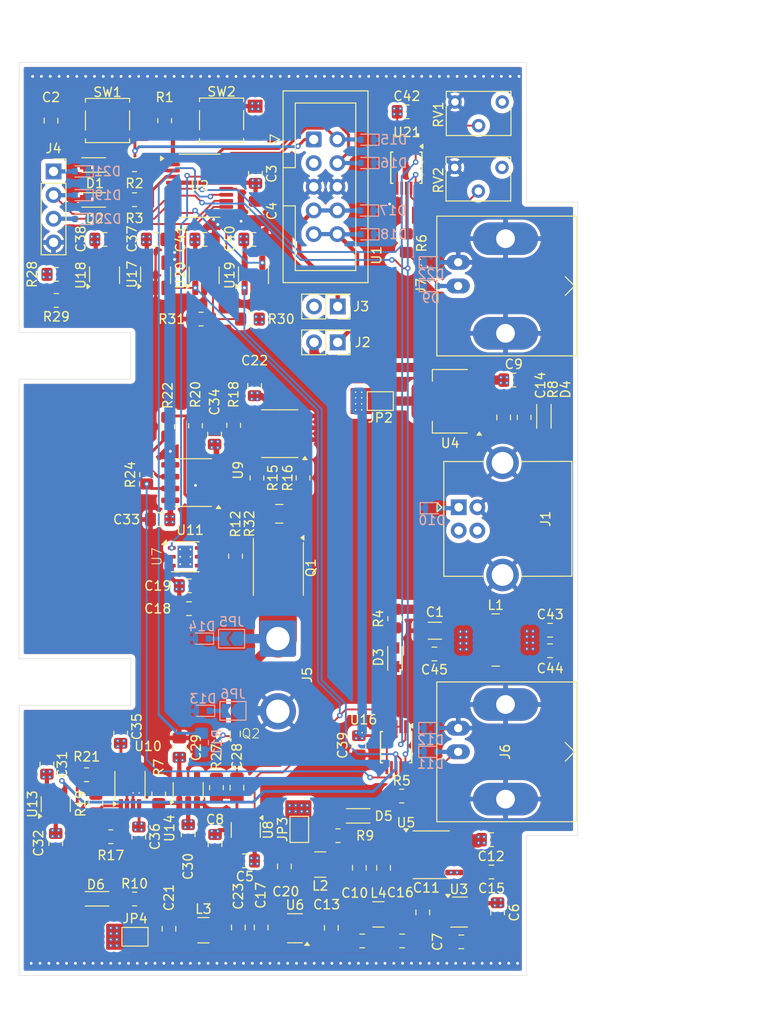
<source format=kicad_pcb>
(kicad_pcb (version 20240108) (generator "pcbnew") (generator_version "8.0")
  (layers (0 "F.Cu" signal) (1 "In1.Cu" signal) (2 "In2.Cu" signal) (31 "B.Cu" signal) (34 "B.Paste" user) (35 "F.Paste" user) (36 "B.SilkS" user "B.Silkscreen") (37 "F.SilkS" user "F.Silkscreen") (38 "B.Mask" user) (39 "F.Mask" user) (44 "Edge.Cuts" user))
  (net 0 "")
  (net 1 "+5V")
  (net 2 "GND")
  (net 3 "Net-(U1-~{RESET})")
  (net 4 "+3.3V")
  (net 5 "+5VA")
  (net 6 "Net-(U3-C+)")
  (net 7 "Net-(U3-C-)")
  (net 8 "-3V")
  (net 9 "Net-(U5-SS)")
  (net 10 "+2V5")
  (net 11 "-2V5")
  (net 12 "Net-(U8-+)")
  (net 13 "Net-(Q2-S)")
  (net 14 "Net-(U10A--)")
  (net 15 "Net-(R17-Pad2)")
  (net 16 "Net-(D1-A)")
  (net 17 "Net-(D2-A)")
  (net 18 "Net-(D3-A)")
  (net 19 "Net-(D4-A)")
  (net 20 "Net-(D6-K)")
  (net 21 "/M3")
  (net 24 "5V")
  (net 25 "3.3V")
  (net 26 "/Pomiar prądu/IN+")
  (net 27 "/Sterowanie/UI")
  (net 28 "/Sterowanie/Uz")
  (net 29 "Net-(Q1-G)")
  (net 30 "Net-(Q1-S-Pad1)")
  (net 31 "Net-(Q2-G)")
  (net 32 "Net-(U2-BOOT0)")
  (net 33 "Net-(U2-PF0)")
  (net 34 "Net-(U2-PF1)")
  (net 35 "Net-(U13-+)")
  (net 36 "Net-(U7-OUT)")
  (net 37 "Net-(R15-Pad2)")
  (net 38 "Net-(U9-+)")
  (net 39 "Net-(R16-Pad1)")
  (net 40 "Net-(U9--)")
  (net 41 "Net-(R18-Pad1)")
  (net 42 "Net-(U11A--)")
  (net 43 "Net-(U10B--)")
  (net 44 "Net-(R20-Pad1)")
  (net 45 "Net-(U11B--)")
  (net 46 "/Pomiar prądu/V3")
  (net 47 "/Pomiar prądu/V1")
  (net 48 "Net-(U17-+)")
  (net 49 "Net-(U19--)")
  (net 50 "Net-(JP2-A)")
  (net 51 "Net-(U21-S2)")
  (net 52 "Net-(JP3-A)")
  (net 54 "Net-(JP4-B)")
  (net 55 "/Sterowanie/A0")
  (net 56 "/Sterowanie/DW3")
  (net 57 "/Sterowanie/UP2")
  (net 58 "/Sterowanie/UP1")
  (net 59 "/Pomiar prądu/M1")
  (net 60 "/Sterowanie/DW2")
  (net 61 "/Pomiar prądu/M2")
  (net 62 "/Sterowanie/A1")
  (net 63 "Net-(D13-A1)")
  (net 64 "Net-(D14-A1)")
  (net 65 "Net-(D15-A2)")
  (net 67 "/Pomiar prądu/V2")
  (net 68 "Net-(D16-A2)")
  (net 69 "Net-(D19-A2)")
  (net 70 "Net-(D5-A)")
  (net 71 "Net-(D20-A2)")
  (net 72 "Net-(U16-D)")
  (net 73 "Net-(U21-D)")
  (net 74 "Net-(U21-S3)")
  (net 76 "Net-(U5-SENSE{slash}ADJ)")
  (net 77 "Net-(U3-Vout)")
  (net 78 "Net-(U6-VOUT)")
  (footprint "Capacitor_SMD:C_0805_2012Metric_Pad1.18x1.45mm_HandSolder" (layer "F.Cu") (at 114.9275 84.25)
    (property "Reference" "C41")
    (property "Value" "10n")
  )
  (footprint "Resistor_SMD:R_0805_2012Metric_Pad1.20x1.40mm_HandSolder" (layer "F.Cu") (at 107.3975 79.985)
    (property "Reference" "R3")
    (property "Value" "680")
  )
  (footprint "Capacitor_SMD:C_0805_2012Metric_Pad1.18x1.45mm_HandSolder" (layer "F.Cu") (at 113.25 123.8875)
    (property "Reference" "C18")
    (property "Value" "10n")
  )
  (footprint "Library:WSON" (layer "F.Cu") (at 112.85 118.315)
    (property "Reference" "U7")
    (property "Value" "LM5112SDX/NOPB")
  )
  (footprint "Capacitor_SMD:C_0805_2012Metric_Pad1.18x1.45mm_HandSolder" (layer "F.Cu") (at 145.7 148.675)
    (property "Reference" "C12")
    (property "Value" "2.2u")
  )
  (footprint "Package_TO_SOT_SMD:SOT-223-3_TabPin2" (layer "F.Cu") (at 141.3 101.625 180)
    (property "Reference" "U4")
    (property "Value" "LD1117S33TR_SOT223")
  )
  (footprint "Resistor_SMD:R_0805_2012Metric_Pad1.20x1.40mm_HandSolder" (layer "F.Cu") (at 114.55 92.8 180)
    (property "Reference" "R31")
    (property "Value" "10k")
  )
  (footprint "Capacitor_SMD:C_0805_2012Metric_Pad1.18x1.45mm_HandSolder" (layer "F.Cu") (at 107.8625 148.35 -90)
    (property "Reference" "C36")
    (property "Value" "100n")
  )
  (footprint "Capacitor_SMD:C_0805_2012Metric_Pad1.18x1.45mm_HandSolder" (layer "F.Cu") (at 120.3875 77.2 90)
    (property "Reference" "C3")
    (property "Value" "1u")
  )
  (footprint "Connector_IDC:IDC-Header_2x05_P2.54mm_Vertical" (layer "F.Cu") (at 126.6475 73.52)
    (property "Reference" "U1")
    (property "Value" "~")
  )
  (footprint "LED_SMD:LED_miniPLCC_2315_Handsoldering" (layer "F.Cu") (at 135.35 129.1 90)
    (property "Reference" "D3")
    (property "Value" "5V")
  )
  (footprint "Capacitor_SMD:C_0805_2012Metric_Pad1.18x1.45mm_HandSolder" (layer "F.Cu") (at 105.9125 137.3 90)
    (property "Reference" "C35")
    (property "Value" "100n")
  )
  (footprint "Capacitor_SMD:C_0805_2012Metric_Pad1.18x1.45mm_HandSolder" (layer "F.Cu") (at 118.4 143.1 90)
    (property "Reference" "C28")
    (property "Value" "1n")
  )
  (footprint "Package_TO_SOT_SMD:SOT-23-5_HandSoldering" (layer "F.Cu") (at 104.1775 88.1 90)
    (property "Reference" "U18")
    (property "Value" "TLV9020")
  )
  (footprint "Resistor_SMD:R_0805_2012Metric_Pad1.20x1.40mm_HandSolder" (layer "F.Cu") (at 102.25 141.7125 180)
    (property "Reference" "R21")
    (property "Value" "100k")
  )
  (footprint "Connector_PinHeader_2.54mm:PinHeader_2x01_P2.54mm_Vertical" (layer "F.Cu") (at 129.225 91.45 180)
    (property "Reference" "J3")
    (property "Value" "Conn_02x01")
  )
  (footprint "Capacitor_SMD:C_0805_2012Metric_Pad1.18x1.45mm_HandSolder" (layer "F.Cu") (at 152.0375 126.2)
    (property "Reference" "C44")
    (property "Value" "4.7u")
  )
  (footprint "Resistor_SMD:R_0805_2012Metric_Pad1.20x1.40mm_HandSolder" (layer "F.Cu") (at 103.25 144.8125 90)
    (property "Reference" "R19")
    (property "Value" "1k")
  )
  (footprint "Resistor_SMD:R_0805_2012Metric_Pad1.20x1.40mm_HandSolder" (layer "F.Cu") (at 99 88)
    (property "Reference" "R28")
    (property "Value" "1.1M")
  )
  (footprint "Resistor_SMD:R_0805_2012Metric_Pad1.20x1.40mm_HandSolder" (layer "F.Cu") (at 118.25 118.25 -90)
    (property "Reference" "R12")
    (property "Value" "1")
  )
  (footprint "Resistor_SMD:R_0805_2012Metric_Pad1.20x1.40mm_HandSolder" (layer "F.Cu") (at 110 143.8 90)
    (property "Reference" "R7")
    (property "Value" "1k")
  )
  (footprint "Inductor_SMD:L_1210_3225Metric_Pad1.42x2.65mm_HandSolder" (layer "F.Cu") (at 133.6 156.7 180)
    (property "Reference" "L4")
    (property "Value" "10uH")
  )
  (footprint "Capacitor_SMD:C_0805_2012Metric_Pad1.18x1.45mm_HandSolder" (layer "F.Cu") (at 120.1775 84.25)
    (property "Reference" "C40")
    (property "Value" "10n")
  )
  (footprint "Capacitor_SMD:C_0805_2012Metric_Pad1.18x1.45mm_HandSolder" (layer "F.Cu") (at 97.9875 140.6125 90)
    (property "Reference" "C31")
    (property "Value" "100n")
  )
  (footprint "Connector_USB:USB_B_OST_USB-B1HSxx_Horizontal" (layer "F.Cu") (at 142.2225 113)
    (property "Reference" "J1")
    (property "Value" "USB_B")
  )
  (footprint "Resistor_SMD:R_0805_2012Metric_Pad1.20x1.40mm_HandSolder" (layer "F.Cu") (at 129.25 148.25 180)
    (property "Reference" "R9")
    (property "Value" "300")
  )
  (footprint "Inductor_SMD:L_1210_3225Metric_Pad1.42x2.65mm_HandSolder" (layer "F.Cu") (at 127.35 151.35 180)
    (property "Reference" "L2")
    (property "Value" "10uH")
  )
  (footprint "Capacitor_SMD:C_0805_2012Metric_Pad1.18x1.45mm_HandSolder" (layer "F.Cu") (at 98.4275 71.5 -90)
    (property "Reference" "C2")
    (property "Value" "100n")
  )
  (footprint "Button_Switch_SMD:SW_SPST_TL3305A" (layer "F.Cu") (at 104.5 71.485)
    (property "Reference" "SW1")
    (property "Value" "RESET")
  )
  (footprint "Package_TO_SOT_SMD:SOT-23-5" (layer "F.Cu") (at 98.9375 144.8625 90)
    (property "Reference" "U13")
    (property "Value" "OPA376xxDBV")
  )
  (footprint "Capacitor_SMD:C_0805_2012Metric_Pad1.18x1.45mm_HandSolder" (layer "F.Cu") (at 131.55 151.7 90)
    (property "Reference" "C10")
    (property "Value" "100n")
  )
  (footprint "Package_TO_SOT_SMD:SOT-23-5_HandSoldering" (layer "F.Cu") (at 114.8775 88.1 90)
    (property "Reference" "U20")
    (property "Value" "TLV9020")
  )
  (footprint "Resistor_SMD:R_0805_2012Metric_Pad1.20x1.40mm_HandSolder" (layer "F.Cu") (at 149.25 103.35 90)
    (property "Reference" "R8")
    (property "Value" "680")
  )
  (footprint "Potentiometer_THT:Potentiometer_Bourns_3266W_Vertical" (layer "F.Cu") (at 146.9 69.5)
    (property "Reference" "RV1")
    (property "Value" "10k")
  )
  (footprint "Capacitor_SMD:C_0805_2012Metric_Pad1.18x1.45mm_HandSolder" (layer "F.Cu") (at 104.1775 84.25)
    (property "Reference" "C38")
    (property "Value" "10n")
  )
  (footprint "Resistor_SMD:R_0805_2012Metric_Pad1.20x1.40mm_HandSolder" (layer "F.Cu") (at 125.5 109.85 90)
    (property "Reference" "R16")
    (property "Value" "~")
  )
  (footprint "Connector_PinHeader_2.54mm:PinHeader_2x01_P2.54mm_Vertical" (layer "F.Cu") (at 129.225 95.3 180)
    (property "Reference" "J2")
    (property "Value" "Conn_02x01")
  )
  (footprint "Package_TO_SOT_SMD:SOT-23-5_HandSoldering" (layer "F.Cu") (at 120.1775 88.1 90)
    (property "Reference" "U19")
    (property "Value" "TLV9020")
  )
  (footprint "Capacitor_SMD:C_0805_2012Metric_Pad1.18x1.45mm_HandSolder" (layer "F.Cu") (at 128.5375 158.15 90)
    (property "Reference" "C13")
    (property "Value" "2.2u")
  )
  (footprint "Resistor_SMD:R_0805_2012Metric_Pad1.20x1.40mm_HandSolder" (layer "F.Cu") (at 116.2 143.1 90)
    (property "Reference" "R27")
    (property "Value" "100")
  )
  (footprint "Capacitor_SMD:C_0805_2012Metric_Pad1.18x1.45mm_HandSolder" (layer "F.Cu") (at 146.4 156.4875 -90)
    (property "Reference" "C6")
    (property "Value" "10u")
  )
  (footprint "Capacitor_SMD:C_0805_2012Metric_Pad1.18x1.45mm_HandSolder" (layer "F.Cu") (at 134.15 151.7 -90)
    (property "Reference" "C16")
    (property "Value" "2.2u")
  )
  (footprint "Resistor_SMD:R_0805_2012Metric_Pad1.20x1.40mm_HandSolder" (layer "F.Cu") (at 135.35 124.95 90)
    (property "Reference" "R4")
    (property "Value" "1.5k")
  )
  (footprint "Resistor_SMD:R_Shunt_Ohmite_LVK12" (layer "F.Cu") (at 122.95 113.7 90)
    (property "Reference" "R32")
    (property "Value" "0R1")
  )
  (footprint "Library:DFN606-3" (layer "F.Cu") (at 117.4825 137.315 90)
    (property "Reference" "Q2")
    (property "Value" "PMH600UNEH")
  )
  (footprint "Resistor_SMD:R_0805_2012Metric_Pad1.20x1.40mm_HandSolder" (layer "F.Cu") (at 120.55 109.85 -90)
    (property "Reference" "R15")
    (property "Value" "~")
  )
  (footprint "Capacitor_SMD:C_0805_2012Metric_Pad1.18x1.45mm_HandSolder" (layer "F.Cu") (at 142.5 159.65 180)
    (property "Reference" "C7")
    (property "Value" "1u")
  )
  (footprint "Capacitor_SMD:C_0805_2012Metric_Pad1.18x1.45mm_HandSolder" (layer "F.Cu") (at 120.4 81.2 -90)
    (property "Reference" "C4")
    (property "Value" "10n")
  )
  (footprint "LED_SMD:LED_miniPLCC_2315_Handsoldering" (layer "F.Cu") (at 103.1375 79.985)
    (property "Reference" "D2")
    (property "Value" "LED")
  )
  (footprint "Package_TO_SOT_SMD:SOT-23-6_Handsoldering" (layer "F.Cu") (at 142.2625 156.45)
    (property "Reference" "U3")
    (property "Value" "LTC1983")
  )
  (footprint "LED_SMD:LED_miniPLCC_2315_Handsoldering" (layer "F.Cu") (at 131.3 146.15 180)
    (property "Reference" "D5")
    (property "Value" "2.5V")
  )
  (footprint "Capacitor_SMD:C_0805_2012Metric_Pad1.18x1.45mm_HandSolder" (layer "F.Cu") (at 116 105.2 90)
    (property "Reference" "C34")
    (property "Value" "100n")
  )
  (footprint "Resistor_SMD:R_0805_2012Metric_Pad1.20x1.40mm_HandSolder" (layer "F.Cu") (at 107.4125 155.05 180)
    (property "Reference" "R10")
    (property "Value" "300")
  )
  (footprint "Resistor_SMD:R_0805_2012Metric_Pad1.20x1.40mm_HandSolder" (layer "F.Cu") (at 136.6 84.65 -90)
    (property "Reference" "R6")
    (property "Value" "1k")
  )
  (footprint "Capacitor_SMD:C_0805_2012Metric_Pad1.18x1.45mm_HandSolder" (layer "F.Cu") (at 147.05 103.3625 -90)
    (property "Reference" "C14")
    (property "Value" "10u")
  )
  (footprint "Package_TO_SOT_SMD:SOT-23-5_HandSoldering" (layer "F.Cu") (at 113.1625 143.45 90)
    (property "Reference" "U14")
    (property "Value" "OPA328")
  )
  (footprint "Capacitor_SMD:C_0805_2012Metric_Pad1.18x1.45mm_HandSolder" (layer "F.Cu") (at 113.25 121.4375)
    (property "Reference" "C19")
    (property "Value" "1u")
  )
  (footprint "Connector_Wire:SolderWire-2sqmm_1x02_P7.8mm_D2mm_OD3.9mm" (layer "F.Cu") (at 122.8 127.1 -90)
    (property "Reference" "J5")
    (property "Value" "DUT")
  )
  (footprint "Capacitor_SMD:C_0805_2012Metric_Pad1.18x1.45mm_HandSolder" (layer "F.Cu") (at 118.55 158.1 -90)
    (property "Reference" "C23")
    (property "Value" "100n")
  )
  (footprint "Resistor_SMD:R_0805_2012Metric_Pad1.20x1.40mm_HandSolder" (layer "F.Cu") (at 104.85 148.3625 180)
    (property "Reference" "R17")
    (property "Value" "10k")
  )
  (footprint "LED_SMD:LED_miniPLCC_2315_Handsoldering" (layer "F.Cu") (at 151.4 103.3625 -90)
    (property "Reference" "D4")
    (property "Value" "3.3V")
  )
  (footprint "Package_TO_SOT_SMD:SOT-23-5_HandSoldering" (layer "F.Cu") (at 109.665 88.1 90)
    (property "Reference" "U17")
    (property "Value" "TLV9020")
  )
  (footprint "Package_SO:MSOP-10_3x3mm_P0.5mm" (layer "F.Cu") (at 136.6 76.55 -90)
    (property "Reference" "U21")
    (property "Value" "ADG704")
  )
  (footprint "Capacitor_SMD:C_0805_2012Metric_Pad1.18x1.45mm_HandSolder" (layer "F.Cu") (at 119.25 150.95 180)
    (property "Reference" "C5")
    (property "Value" "100n")
  )
  (footprint "Resistor_SMD:R_0805_2012Metric_Pad1.20x1.40mm_HandSolder" (layer "F.Cu") (at 110.9725 104.35 -90)
    (property "Reference" "R22")
    (property "Value" "10k")
  )
  (footprint "LED_SMD:LED_miniPLCC_2315_Handsoldering" (layer "F.Cu") (at 103.1375 76.235)
    (property "Reference" "D1")
    (property "Value" "LED")
  )
  (footprint "Capacitor_SMD:C_0805_2012Metric_Pad1.18x1.45mm_HandSolder" (layer "F.Cu") (at 111.1 158.25 -90)
    (property "Reference" "C21")
    (property "Value" "100n")
  )
  (footprint "Package_SO:TSSOP-20_4.4x6.5mm_P0.65mm" (layer "F.Cu") (at 114.3875 78.485)
    (property "Reference" "U2")
    (property "Value" "STM32F031F4Px")
  )
  (footprint "Connector_Coaxial:BNC_Amphenol_B6252HB-NPP3G-50_Horizontal" (layer "F.Cu") (at 142.17 89.25 -90)
    (property "Reference" "J7")
    (property "Value" "Zakres")
  )
  (footprint "Package_SO:VSSOP-8_3.0x3.0mm_P0.65mm" (layer "F.Cu") (at 106.9125 142.85 90)
    (property "Reference" "U10")
    (property "Value" "OPA2328")
  )
  (footprint "Resistor_SMD:R_0805_2012Metric_Pad1.20x1.40mm_HandSolder" (layer "F.Cu") (at 110.6375 71.5 -90)
    (property "Reference" "R1")
    (property "Value" "10k")
  )
  (footprint "Package_SO:SOIC-8-1EP_3.9x4.9mm_P1.27mm_EP2.29x3mm" (layer "F.Cu") (at 139.27 150.3)
    (property "Reference" "U5")
    (property "Value" "ADP7142ARDZ-2.5")
  )
  (footprint "Capacitor_SMD:C_0805_2012Metric_Pad1.18x1.45mm_HandSolder" (layer "F.Cu") (at 138.3625 156.4875 -90)
    (property "Reference" "C11")
    (property "Value" "10u")
  )
  (footprint "Package_SO:SOIC-8_3.9x4.9mm_P1.27mm" (layer "F.Cu") (at 113.7225 110.35 180)
    (property "Reference" "U11")
    (property "Value" "OPA2376xxD")
  )
  (footprint "Capacitor_SMD:C_0805_2012Metric_Pad1.18x1.45mm_HandSolder" (layer "F.Cu") (at 123.5 151.55 90)
    (property "Reference" "C20")
    (property "Value" "100n")
  )
  (footprint "Capacitor_SMD:C_0805_2012Metric_Pad1.18x1.45mm_HandSolder" (layer "F.Cu") (at 121 158.1 -90)
    (property "Reference" "C17")
    (property "Value" "2.2u")
  )
  (footprint "Capacitor_SMD:C_0805_2012Metric_Pad1.18x1.45mm_HandSolder" (layer "F.Cu") (at 145.75 152.15)
    (property "Reference" "C15")
    (property "Value" "1n")
  )
  (footprint "Resistor_SMD:R_0805_2012Metric_Pad1.20x1.40mm_HandSolder" (layer "F.Cu") (at 118.05 104.2 -90)
    (property "Reference" "R18")
    (property "Value" "5k")
  )
  (footprint "Capacitor_SMD:C_0805_2012Metric_Pad1.18x1.45mm_HandSolder" (layer "F.Cu") (at 116.05 149.1625 -90)
    (property "Reference" "C8")
    (property "Value" "100n")
  )
  (footprint "Package_TO_SOT_SMD:TDSON-8-1" (layer "F.Cu") (at 122.85 119.4 -90)
    (property "Reference" "Q1")
    (property "Value" "TPHR6503PL1")
  )
  (footprint "Package_TO_SOT_SMD:TSOT-23-5" (layer "F.Cu") (at 124.6375 158.1875 180)
    (property "Reference" "U6")
    (property "Value" "ADP7182AUJZ-2.5")
  )
  (footprint "Potentiometer_THT:Potentiometer_Bourns_3266W_Vertical" (layer "F.Cu") (at 146.875 76.525)
    (property "Reference" "RV2")
    (property "Value" "10k")
  )
  (footprint "Connector_Coaxial:BNC_Amphenol_B6252HB-NPP3G-50_Horizontal" (layer "F.Cu") (at 142.17 139.25 -90)
    (property "Reference" "J6")
    (property "Value" "U(I)")
  )
  (footprint "Capacitor_SMD:C_1206_3216Metric_Pad1.33x1.80mm_HandSolder" (layer "F.Cu") (at 139.6625 126.25 180)
    (property "Reference" "C1")
    (property "Value" "22u")
  )
  (footprint "Capacitor_SMD:C_0805_2012Metric_Pad1.18x1.45mm_HandSolder" (layer "F.Cu") (at 113.1625 148.1 -90)
    (property "Reference" "C30")
    (property "Value" "100n")
  )
  (footprint "Resistor_SMD:R_0805_2012Metric_Pad1.20x1.40mm_HandSolder" (layer "F.Cu") (at 99 90.8 180)
    (property "Reference" "R29")
    (property "Value" "220")
  )
  (footprint "LED_SMD:LED_miniPLCC_2315_Handsoldering" (layer "F.Cu") (at 103.25 155.05 180)
    (property "Reference" "D6")
    (property "Value" "-2.5V")
  )
  (footprint "Capacitor_SMD:C_0805_2012Metric_Pad1.18x1.45mm_HandSolder" (layer "F.Cu") (at 98.9375 149.05 -90)
    (property "Reference" "C32")
    (property "Value" "100n")
  )
  (footprint "Capacitor_SMD:C_0805_2012Metric_Pad1.18x1.45mm_HandSolder" (layer "F.Cu") (at 148.1 99.35)
    (property "Reference" "C9")
    (property "Value" "1u")
  )
  (footprint "Jumper:SolderJumper-2_P1.3mm_Open_TrianglePad1.0x1.5mm" (layer "F.Cu") (at 107.45 159.1)
    (property "Reference" "JP4")
    (property "Value" "SolderJumper_2_Open")
  )
  (footprint "Capacitor_SMD:C_0805_2012Metric_Pad1.18x1.45mm_HandSolder" (layer "F.Cu") (at 131.5 138.55 -90)
    (property "Reference" "C39")
    (property "Value" "100n")
  )
  (footprint "Resistor_SMD:R_0805_2012Metric_Pad1.20x1.40mm_HandSolder" (layer "F.Cu") (at 107.3975 76.235)
    (property "Reference" "R2")
    (property "Value" "680")
  )
  (footprint "Capacitor_SMD:C_0805_2012Metric_Pad1.18x1.45mm_HandSolder" (layer "F.Cu") (at 109.715 84.25)
    (property "Reference" "C37")
    (property "Value" "10n")
  )
  (footprint "Inductor_SMD:L_Wuerth_WE-PD2-Typ-MS" (layer "F.Cu") (at 146.2 127.25)
    (property "Reference" "L1")
    (property "Value" "6.8u")
  )
  (footprint "Capacitor_SMD:C_0805_2012Metric_Pad1.18x1.45mm_HandSolder" (layer "F.Cu") (at 110.15 114.315 180)
    (property "Reference" "C33")
    (property "Value" "100n")
  )
  (footprint "Capacitor_SMD:C_0805_2012Metric_Pad1.18x1.45mm_HandSolder" (layer "F.Cu") (at 112.2125 138.8 90)
    (property "Reference" "C29")
    (property "Value" "100n")
  )
  (footprint "Capacitor_SMD:C_0805_2012Metric_Pad1.18x1.45mm_HandSolder" (layer "F.Cu") (at 131.8625 159.55)
    (property "Reference" "C24" (hide yes))
    (property "Value" "100n")
  )
  (footprint "Capacitor_SMD:C_0805_2012Metric_Pad1.18x1.45mm_HandSolder" (layer "F.Cu") (at 136.65 70.55)
    (property "Reference" "C42")
    (property "Value" "100n")
  )
  (footprint "Capacitor_SMD:C_0805_2012Metric_Pad1.18x1.45mm_HandSolder" (layer "F.Cu") (at 120.3 99.9875 90)
    (property "Reference" "C22")
    (property "Value" "100n")
  )
  (footprint "Jumper:SolderJumper-2_P1.3mm_Open_TrianglePad1.0x1.5mm" (layer "F.Cu") (at 125.1 147.575 90)
    (property "Reference" "JP3")
    (property "Value" "SolderJumper_2_Open")
  )
  (footprint "Resistor_SMD:R_0805_2012Metric_Pad1.20x1.40mm_HandSolder" (layer "F.Cu") (at 113.95 104.25 -90)
    (property "Reference" "R20")
    (property "Value" "1k")
  )
  (footprint "Resistor_SMD:R_0805_2012Metric_Pad1.20x1.40mm_HandSolder" (layer "F.Cu") (at 119.8 92.8 180)
    (property "Reference" "R30")
    (property "Value" "10k")
  )
  (footprint "Resistor_SMD:R_0805_2012Metric_Pad1.20x1.40mm_HandSolder" (layer "F.Cu") (at 108.7 109.5 -90)
    (property "Reference" "R24")
    (property "Value" "10k")
  )
  (footprint "Package_TO_SOT_SMD:SOT-23-5" (layer "F.Cu") (at 119.35 147.6375 -90)
    (property "Reference" "U8")
    (property "Value" "OPA376xxDBV")
  )
  (footprint "Jumper:SolderJumper-2_P1.3mm_Open_TrianglePad1.0x1.5mm" (layer "F.Cu") (at 133.8 101.6 180)
    (property "Reference" "JP2")
    (property "Value" "SolderJumper_2_Open")
  )
  (footprint "Button_Switch_SMD:SW_SPST_TL3305A" (layer "F.Cu") (at 116.75 71.4475)
    (property "Reference" "SW2")
    (property "Value" "BOOT0")
  )
  (footprint "Package_SO:SOIC-8_3.9x4.9mm_P1.27mm" (layer "F.Cu") (at 123 105.1 180)
    (property "Reference" "U9")
    (property "Value" "INA296A3")
  )
  (footprint "Capacitor_SMD:C_0805_2012Metric_Pad1.18x1.45mm_HandSolder" (layer "F.Cu") (at 139.6125 128.75 180)
    (property "Reference" "C45")
    (property "Value" "4.7u")
  )
  (footprint "Package_SO:MSOP-10_3x3mm_P0.5mm" (layer "F.Cu") (at 135.5 138.75 -90)
    (property "Reference" "U16")
    (property "Value" "ADG704")
  )
  (footprint "Connector_PinSocket_2.54mm:PinSocket_1x04_P2.54mm_Vertical" (layer "F.Cu") (at 98.7025 76.95)
    (property "Reference" "J4")
    (property "Value" "UART")
  )
  (footprint "Capacitor_SMD:C_0805_2012Metric_Pad1.18x1.45mm_HandSolder" (layer "F.Cu") (at 152.0375 128.4)
    (property "Reference" "C43")
    (property "Value" "10u")
  )
  (footprint "Resistor_SMD:R_0805_2012Metric_Pad1.20x1.40mm_HandSolder" (layer "F.Cu") (at 136.1 144)
    (property "Reference" "R5")
    (property "Value" "1k")
  )
  (footprint "Inductor_SMD:L_1210_3225Metric_Pad1.42x2.65mm_HandSolder" (layer "F.Cu") (at 114.8 158.4)
    (property "Reference" "L3")
    (property "Value" "10uH")
  )
  (footprint "Capacitor_SMD:C_0805_2012Metric_Pad1.18x1.45mm_HandSolder" (layer "F.Cu") (at 136.15 159.55 180)
    (property "Reference" "C25" (hide yes))
    (property "Value" "100n")
  )
  (footprint "Diode_SMD:D_SOD-523" (layer "B.Cu") (at 132.4 76.05 180)
    (property "Reference" "D16")
    (property "Value" "D5V0L1B2T-7")
  )
  (footprint "Diode_SMD:D_SOD-523" (layer "B.Cu") (at 139.2 136.7)
    (property "Reference" "D12")
    (property "Value" "D5V0L1B2T-7")
  )
  (footprint "Diode_SMD:D_SOD-523" (layer "B.Cu") (at 101.7 76.95 180)
    (property "Reference" "D21")
    (property "Value" "D5V0L1B2T-7")
  )
  (footprint "Diode_SMD:D_SOD-523" (layer "B.Cu") (at 139.245 86.7)
    (property "Reference" "D22")
    (property "Value" "D5V0L1B2T-7")
  )
  (footprint "Jumper:SolderJumper-2_P1.3mm_Open_TrianglePad1.0x1.5mm" (layer "B.Cu") (at 117.975 134.85 180)
    (property "Reference" "JP6")
    (property "Value" "SolderJumper_2_Open")
  )
  (footprint "Jumper:SolderJumper-2_P1.3mm_Open_TrianglePad1.0x1.5mm" (layer "B.Cu") (at 117.825 127.1 180)
    (property "Reference" "JP5")
    (property "Value" "SolderJumper_2_Open")
  )
  (footprint "Diode_SMD:D_SOD-523" (layer "B.Cu") (at 139.195 139.25)
    (property "Reference" "D11")
    (property "Value" "D5V0L1B2T-7")
  )
  (footprint "Diode_SMD:D_SOD-523" (layer "B.Cu") (at 132.4 73.55 180)
    (property "Reference" "D15")
    (property "Value" "D5V0L1B2T-7")
  )
  (footprint "Diode_SMD:D_SOD-523" (layer "B.Cu") (at 132.4 83.7 180)
    (property "Reference" "D18")
    (property "Value" "D5V0L1B2T-7")
  )
  (footprint "Diode_SMD:D_SOD-523" (layer "B.Cu") (at 114.63 127.1 180)
    (property "Reference" "D14")
    (property "Value" "D5V0L1B2T-7")
  )
  (footprint "Diode_SMD:D_SOD-523" (layer "B.Cu") (at 139.245 89.25)
    (property "Reference" "D9")
    (property "Value" "D5V0L1B2T-7")
  )
  (footprint "Diode_SMD:D_SOD-523" (layer "B.Cu") (at 139.35 113.1)
    (property "Reference" "D10")
    (property "Value" "D5V0L1B2T-7")
  )
  (footprint "Diode_SMD:D_SOD-523" (layer "B.Cu") (at 101.7 82.05 180)
    (property "Reference" "D20")
    (property "Value" "D5V0L1B2T-7")
  )
  (footprint "Resistor_SMD:R_0805_2012Metric_Pad1.20x1.40mm_HandSolder" (layer "B.Cu") (at 114.6 138.25 90)
    (property "Reference" "R11")
    (property "Value" "150")
  )
  (footprint "Diode_SMD:D_SOD-523" (layer "B.Cu") (at 114.75 134.85 180)
    (property "Reference" "D13")
    (property "Value" "D5V0L1B2T-7")
  )
  (footprint "Diode_SMD:D_SOD-523" (layer "B.Cu") (at 132.35 81.15 180)
    (property "Reference" "D17")
    (property "Value" "D5V0L1B2T-7")
  )
  (footprint "Diode_SMD:D_SOD-523" (layer "B.Cu") (at 101.7 79.5 180)
    (property "Reference" "D19")
    (property "Value" "D5V0L1B2T-7")
  )
  (gr_line (start 149.5 163.25) (end 149.5 148.25) (stroke (width 0.05)) (layer "Edge.Cuts"))
  (gr_line (start 95 163.25) (end 95 134.25) (stroke (width 0.05)) (layer "Edge.Cuts"))
  (gr_line (start 95 94.25) (end 95 65.25) (stroke (width 0.05)) (layer "Edge.Cuts"))
  (gr_line (start 149.5 148.25) (end 155 148.25) (stroke (width 0.05)) (layer "Edge.Cuts"))
  (gr_line (start 95 99.25) (end 107 99.25) (stroke (width 0.05)) (layer "Edge.Cuts"))
  (gr_line (start 107 134.25) (end 107 129.25) (stroke (width 0.05)) (layer "Edge.Cuts"))
  (gr_line (start 107 129.25) (end 95 129.25) (stroke (width 0.05)) (layer "Edge.Cuts"))
  (gr_line (start 107 94.25) (end 95 94.25) (stroke (width 0.05)) (layer "Edge.Cuts"))
  (gr_line (start 95 129.25) (end 95 99.25) (stroke (width 0.05)) (layer "Edge.Cuts"))
  (gr_line (start 149.5 65.25) (end 149.5 80.25) (stroke (width 0.05)) (layer "Edge.Cuts"))
  (gr_line (start 95 134.25) (end 107 134.25) (stroke (width 0.05)) (layer "Edge.Cuts"))
  (gr_line (start 95 65.25) (end 149.5 65.25) (stroke (width 0.05)) (layer "Edge.Cuts"))
  (gr_line (start 107 99.25) (end 107 94.25) (stroke (width 0.05)) (layer "Edge.Cuts"))
  (gr_line (start 149.5 163.25) (end 95 163.25) (stroke (width 0.05)) (layer "Edge.Cuts"))
  (gr_line (start 149.5 80.25) (end 155 80.25) (stroke (width 0.05)) (layer "Edge.Cuts"))
  (gr_line (start 155 80.25) (end 155 148.25) (stroke (width 0.05)) (layer "Edge.Cuts"))
  (segment (start 112.2125 123.8875) (end 112.15 123.95) (width 0.4572) (layer "F.Cu") (net 1))
  (segment (start 141.225 128.175) (end 141.225 126.25) (width 2.032) (layer "F.Cu") (net 1))
  (segment (start 126.685 95.3) (end 126.685 96.502081) (width 1) (layer "F.Cu") (net 1))
  (segment (start 140.65 128.75) (end 140.77 128.75) (width 2.032) (layer "F.Cu") (net 1))
  (segment (start 137.85 123.95) (end 140.65 123.95) (width 1) (layer "F.Cu") (net 1))
  (segment (start 147.0625 99.35) (end 144.475 99.35) (width 1) (layer "F.Cu") (net 1))
  (segment (start 140.65 128.75) (end 142.77 128.75) (width 2.032) (layer "F.Cu") (net 1))
  (segment (start 112.2125 121.4375) (end 112.2125 123.8875) (width 0.4572) (layer "F.Cu") (net 1))
  (segment (start 135.35 123.95) (end 137.85 123.95) (width 1) (layer "F.Cu") (net 1))
  (segment (start 144.475 99.35) (end 144.45 99.325) (width 1) (layer "F.Cu") (net 1))
  (segment (start 141.225 126.25) (end 143.27 126.25) (width 2.032) (layer "F.Cu") (net 1))
  (segment (start 142.77 128.75) (end 144.27 127.25) (width 2.032) (layer "F.Cu") (net 1))
  (segment (start 140.65 128.75) (end 141.225 128.175) (width 2.032) (layer "F.Cu") (net 1))
  (segment (start 143.125 98) (end 144.45 99.325) (width 1) (layer "F.Cu") (net 1))
  (segment (start 128.182919 98) (end 143.125 98) (width 1) (layer "F.Cu") (net 1))
  (segment (start 140.77 128.75) (end 143.27 126.25) (width 2.032) (layer "F.Cu") (net 1))
  (segment (start 111.4 120.6225) (end 111.4 119.265) (width 0.4572) (layer "F.Cu") (net 1))
  (segment (start 140.65 123.95) (end 143.05 126.35) (width 1) (layer "F.Cu") (net 1))
  (segment (start 111.915 121.1375) (end 111.4 120.6225) (width 0.4572) (layer "F.Cu") (net 1))
  (segment (start 126.685 96.502081) (end 128.182919 98) (width 1) (layer "F.Cu") (net 1))
  (segment (start 143.27 126.25) (end 144.27 127.25) (width 2.032) (layer "F.Cu") (net 1))
  (via (at 143.05 127.6) (size 0.4) (drill 0.15) (layers "F.Cu" "B.Cu") (net 1))
  (via (at 147.4 99.65) (size 0.4) (drill 0.15) (layers "F.Cu" "B.Cu") (net 1))
  (via (at 142.4 126.35) (size 0.4) (drill 0.15) (layers "F.Cu" "B.Cu") (net 1))
  (via (at 143.05 126.95) (size 0.4) (drill 0.15) (layers "F.Cu" "B.Cu") (net 1))
  (via (at 147.4 99.05) (size 0.4) (drill 0.15) (layers "F.Cu" "B.Cu") (net 1))
  (via (at 112.515 121.1375) (size 0.4) (drill 0.15) (layers "F.Cu" "B.Cu") (net 1))
  (via (at 142.4 128.25) (size 0.4) (drill 0.15) (layers "F.Cu" "B.Cu") (net 1))
  (via (at 111.915 121.1375) (size 0.4) (drill 0.15) (layers "F.Cu" "B.Cu") (net 1))
  (via (at 146.75 99.65) (size 0.4) (drill 0.15) (layers "F.Cu" "B.Cu") (net 1))
  (via (at 111.915 121.7875) (size 0.4) (drill 0.15) (layers "F.Cu" "B.Cu") (net 1))
  (via (at 143.05 126.35) (size 0.4) (drill 0.15) (layers "F.Cu" "B.Cu") (net 1))
  (via (at 146.75 99.05) (size 0.4) (drill 0.15) (layers "F.Cu" "B.Cu") (net 1))
  (via (at 142.4 127.6) (size 0.4) (drill 0.15) (layers "F.Cu" "B.Cu") (net 1))
  (via (at 112.515 121.7875) (size 0.4) (drill 0.15) (layers "F.Cu" "B.Cu") (net 1))
  (via (at 142.4 126.95) (size 0.4) (drill 0.15) (layers "F.Cu" "B.Cu") (net 1))
  (via (at 143.05 128.25) (size 0.4) (drill 0.15) (layers "F.Cu" "B.Cu") (net 1))
  (segment (start 140.05 113.1) (end 142.1225 113.1) (width 0.4572) (layer "B.Cu") (net 1))
  (segment (start 142.1225 113.1) (end 142.2225 113) (width 0.4572) (layer "B.Cu") (net 1))
  (segment (start 134.8 80.45) (end 135.35 80.45) (width 0.2) (layer "F.Cu") (net 2))
  (segment (start 107.25 143.6625) (end 107.9 143.6625) (width 0.3048) (layer "F.Cu") (net 2))
  (segment (start 118.85 79.35) (end 118.85 82.3) (width 0.2) (layer "F.Cu") (net 2))
  (segment (start 107.2375 143.675) (end 107.25 143.6625) (width 0.2) (layer "F.Cu") (net 2))
  (segment (start 137 73) (end 137.85 73) (width 0.2) (layer "F.Cu") (net 2))
  (segment (start 135.35 80.45) (end 136.1 79.7) (width 0.2) (layer "F.Cu") (net 2))
  (segment (start 117.25 78.81) (end 118.31 78.81) (width 0.2) (layer "F.Cu") (net 2))
  (segment (start 137.85 73) (end 137.9 73) (width 0.2) (layer "F.Cu") (net 2))
  (segment (start 107.2375 145.05) (end 107.2375 143.675) (width 0.3048) (layer "F.Cu") (net 2))
  (segment (start 114.885 109.715) (end 116.1975 109.715) (width 0.3048) (layer "F.Cu") (net 2))
  (segment (start 136.6 74.35) (end 136.6 73.4) (width 0.2) (layer "F.Cu") (net 2))
  (segment (start 111.2475 107.0025) (end 111.2475 108.445) (width 0.4572) (layer "F.Cu") (net 2))
  (segment (start 135.5 136.55) (end 136 136.55) (width 0.2) (layer "F.Cu") (net 2))
  (segment (start 136.6 73.4) (end 137 73) (width 0.2) (layer "F.Cu") (net 2))
  (segment (start 113.95 110.65) (end 114.885 109.715) (width 0.3048) (layer "F.Cu") (net 2))
  (segment (start 118.31 78.81) (end 118.85 79.35) (width 0.2) (layer "F.Cu") (net 2))
  (segment (start 111.25 107) (end 111.2475 107.0025) (width 0.2) (layer "F.Cu") (net 2))
  (segment (start 136.1 79.7) (end 136.1 78.75) (width 0.2) (layer "F.Cu") (net 2))
  (via (at 123.05 66.75) (size 0.6) (drill 0.3) (layers "F.Cu" "B.Cu") (net 2))
  (via (at 136.35 66.75) (size 0.6) (drill 0.3) (layers "F.Cu" "B.Cu") (net 2))
  (via (at 142.85 161.95) (size 0.6) (drill 0.3) (layers "F.Cu" "B.Cu") (net 2))
  (via (at 98.35 66.75) (size 0.6) (drill 0.3) (layers "F.Cu" "B.Cu") (net 2))
  (via (at 103.1 66.75) (size 0.6) (drill 0.3) (layers "F.Cu" "B.Cu") (net 2))
  (via (at 135.25 161.95) (size 0.6) (drill 0.3) (layers "F.Cu" "B.Cu") (net 2))
  (via (at 148.7 66.75) (size 0.6) (drill 0.3) (layers "F.Cu" "B.Cu") (net 2))
  (via (at 119.1 161.95) (size 0.6) (drill 0.3) (layers "F.Cu" "B.Cu") (net 2))
  (via (at 137.3 66.75) (size 0.6) (drill 0.3) (layers "F.Cu" "B.Cu") (net 2))
  (via (at 119.25 66.75) (size 0.6) (drill 0.3) (layers "F.Cu" "B.Cu") (net 2))
  (via (at 102 161.95) (size 0.6) (drill 0.3) (layers "F.Cu" "B.Cu") (net 2))
  (via (at 109.75 66.75) (size 0.6) (drill 0.3) (layers "F.Cu" "B.Cu") (net 2))
  (via (at 97.4 66.75) (size 0.6) (drill 0.3) (layers "F.Cu" "B.Cu") (net 2))
  (via (at 133.5 66.75) (size 0.6) (drill 0.3) (layers "F.Cu" "B.Cu") (net 2))
  (via (at 130.5 161.95) (size 0.6) (drill 0.3) (layers "F.Cu" "B.Cu") (net 2))
  (via (at 121.95 161.95) (size 0.6) (drill 0.3) (layers "F.Cu" "B.Cu") (net 2))
  (via (at 100.1 161.95) (size 0.6) (drill 0.3) (layers "F.Cu" "B.Cu") (net 2))
  (via (at 105.95 66.75) (size 0.6) (drill 0.3) (layers "F.Cu" "B.Cu") (net 2))
  (via (at 99.15 161.95) (size 0.6) (drill 0.3) (layers "F.Cu" "B.Cu") (net 2))
  (via (at 147.6 161.95) (size 0.6) (drill 0.3) (layers "F.Cu" "B.Cu") (net 2))
  (via (at 124 66.75) (size 0.6) (drill 0.3) (layers "F.Cu" "B.Cu") (net 2))
  (via (at 121 161.95) (size 0.6) (drill 0.3) (layers "F.Cu" "B.Cu") (net 2))
  (via (at 139.05 161.95) (size 0.6) (drill 0.3) (layers "F.Cu" "B.Cu") (net 2))
  (via (at 103.9 161.95) (size 0.6) (drill 0.3) (layers "F.Cu" "B.Cu") (net 2))
  (via (at 107.85 66.75) (size 0.6) (drill 0.3) (layers "F.Cu" "B.Cu") (net 2))
  (via (at 107.25 143.6625) (size 0.4) (drill 0.15) (layers "F.Cu" "B.Cu") (net 2))
  (via (at 108.65 161.95) (size 0.6) (drill 0.3) (layers "F.Cu" "B.Cu") (net 2))
  (via (at 136.2 161.95) (size 0.6) (drill 0.3) (layers "F.Cu" "B.Cu") (net 2))
  (via (at 137.15 161.95) (size 0.6) (drill 0.3) (layers "F.Cu" "B.Cu") (net 2))
  (via (at 145.7 161.95) (size 0.6) (drill 0.3) (layers "F.Cu" "B.Cu") (net 2))
  (via (at 134.8 80.45) (size 0.6) (drill 0.3) (layers "F.Cu" "B.Cu") (net 2))
  (via (at 122.1 66.75) (size 0.6) (drill 0.3) (layers "F.Cu" "B.Cu") (net 2))
  (via (at 133.35 161.95) (size 0.6) (drill 0.3) (layers "F.Cu" "B.Cu") (net 2))
  (via (at 125.75 161.95) (size 0.6) (drill 0.3) (layers "F.Cu" "B.Cu") (net 2))
  (via (at 98.2 161.95) (size 0.6) (drill 0.3) (layers "F.Cu" "B.Cu") (net 2))
  (via (at 106.75 161.95) (size 0.6) (drill 0.3) (layers "F.Cu" "B.Cu") (net 2))
  (via (at 128.6 161.95) (size 0.6) (drill 0.3) (layers "F.Cu" "B.Cu") (net 2))
  (via (at 113.95 110.65) (size 0.6) (drill 0.3) (layers "F.Cu" "B.Cu") (net 2))
  (via (at 135.4 66.75) (size 0.6) (drill 0.3) (layers "F.Cu" "B.Cu") (net 2))
  (via (at 138.25 66.75) (size 0.6) (drill 0.3) (layers "F.Cu" "B.Cu") (net 2))
  (via (at 112.45 161.95) (size 0.6) (drill 0.3) (layers "F.Cu" "B.Cu") (net 2))
  (via (at 96.3 161.95) (size 0.6) (drill 0.3) (layers "F.Cu" "B.Cu") (net 2))
  (via (at 97.25 161.95) (size 0.6) (drill 0.3) (layers "F.Cu" "B.Cu") (net 2))
  (via (at 102.95 161.95) (size 0.6) (drill 0.3) (layers "F.Cu" "B.Cu") (net 2))
  (via (at 126.85 66.75) (size 0.6) (drill 0.3) (layers "F.Cu" "B.Cu") (net 2))
  (via (at 144.75 161.95) (size 0.6) (drill 0.3) (layers "F.Cu" "B.Cu") (net 2))
  (via (at 130.65 66.75) (size 0.6) (drill 0.3) (layers "F.Cu" "B.Cu") (net 2))
  (via (at 140.95 161.95) (size 0.6) (drill 0.3) (layers "F.Cu" "B.Cu") (net 2))
  (via (at 132.4 161.95) (size 0.6) (drill 0.3) (layers "F.Cu" "B.Cu") (net 2))
  (via (at 106.9 66.75) (size 0.6) (drill 0.3) (layers "F.Cu" "B.Cu") (net 2))
  (via (at 146.65 161.95) (size 0.6) (drill 0.3) (layers "F.Cu" "B.Cu") (net 2))
  (via (at 143.95 66.75) (size 0.6) (drill 0.3) (layers "F.Cu" "B.Cu") (net 2))
  (via (at 111.5 161.95) (size 0.6) (drill 0.3) (layers "F.Cu" "B.Cu") (net 2))
  (via (at 132.55 66.75) (size 0.6) (drill 0.3) (layers "F.Cu" "B.Cu") (net 2))
  (via (at 141.1 66.75) (size 0.6) (drill 0.3) (layers "F.Cu" "B.Cu") (net 2))
  (via (at 145.85 66.75) (size 0.6) (drill 0.3) (layers "F.Cu" "B.Cu") (net 2))
  (via (at 131.45 161.95) (size 0.6) (drill 0.3) (layers "F.Cu" "B.Cu") (net 2))
  (via (at 124.95 66.75) (size 0.6) (drill 0.3) (layers "F.Cu" "B.Cu") (net 2))
  (via (at 146.8 66.75) (size 0.6) (drill 0.3) (layers "F.Cu" "B.Cu") (net 2))
  (via (at 147.75 66.75) (size 0.6) (drill 0.3) (layers "F.Cu" "B.Cu") (net 2))
  (via (at 118.15 161.95) (size 0.6) (drill 0.3) (layers "F.Cu" "B.Cu") (net 2))
  (via (at 144.9 66.75) (size 0.6) (drill 0.3) (layers "F.Cu" "B.Cu") (net 2))
  (via (at 121.15 66.75) (size 0.6) (drill 0.3) (layers "F.Cu" "B.Cu") (net 2))
  (via (at 131.6 66.75) (size 0.6) (drill 0.3) (layers "F.Cu" "B.Cu") (net 2))
  (via (at 112.6 66.75) (size 0.6) (drill 0.3) (layers "F.Cu" "B.Cu") (net 2))
  (via (at 141.9 161.95) (size 0.6) (drill 0.3) (layers "F.Cu" "B.Cu") (net 2))
  (via (at 143 66.75) (size 0.6) (drill 0.3) (layers "F.Cu" "B.Cu") (net 2))
  (via (at 127.8 66.75) (size 0.6) (drill 0.3) (layers "F.Cu" "B.Cu") (net 2))
  (via (at 107.7 161.95) (size 0.6) (drill 0.3) (layers "F.Cu" "B.Cu") (net 2))
  (via (at 115.45 66.75) (size 0.6) (drill 0.3) (layers "F.Cu" "B.Cu") (net 2))
  (via (at 100.25 66.75) (size 0.6) (drill 0.3) (layers "F.Cu" "B.Cu") (net 2))
  (via (at 116.25 161.95) (size 0.6) (drill 0.3) (layers "F.Cu" "B.Cu") (net 2))
  (via (at 111.7 86.4) (size 0.6) (drill 0.3) (layers "F.Cu" "B.Cu") (net 2))
  (via (at 120.05 161.95) (size 0.6) (drill 0.3) (layers "F.Cu" "B.Cu") (net 2))
  (via (at 140.15 66.75) (size 0.6) (drill 0.3) (layers "F.Cu" "B.Cu") (net 2))
  (via (at 129.7 66.75) (size 0.6) (drill 0.3) (layers "F.Cu" "B.Cu") (net 2))
  (via (at 113.4 161.95) (size 0.6) (drill 0.3) (layers "F.Cu" "B.Cu") (net 2))
  (via (at 129.55 161.95) (size 0.6) (drill 0.3) (layers "F.Cu" "B.Cu") (net 2))
  (via (at 148.55 161.95) (size 0.6) (drill 0.3) (layers "F.Cu" "B.Cu") (net 2))
  (via (at 110.7 66.75) (size 0.6) (drill 0.3) (layers "F.Cu" "B.Cu") (net 2))
  (via (at 137.85 73) (size 0.6) (drill 0.3) (layers "F.Cu" "B.Cu") (net 2))
  (via (at 138.1 161.95) (size 0.6) (drill 0.3) (layers "F.Cu" "B.Cu") (net 2))
  (via (at 116.35 82.65) (size 0.6) (drill 0.3) (layers "F.Cu" "B.Cu") (net 2))
  (via (at 118.85 82.3) (size 0.6) (drill 0.3) (layers "F.Cu" "B.Cu") (net 2))
  (via (at 114.5 66.75) (size 0.6) (drill 0.3) (layers "F.Cu" "B.Cu") (net 2))
  (via (at 102.15 66.75) (size 0.6) (drill 0.3) (layers "F.Cu" "B.Cu") (net 2))
  (via (at 123.85 161.95) (size 0.6) (drill 0.3) (layers "F.Cu" "B.Cu") (net 2))
  (via (at 134.45 66.75) (size 0.6) (drill 0.3) (layers "F.Cu" "B.Cu") (net 2))
  (via (at 108.8 66.75) (size 0.6) (drill 0.3) (layers "F.Cu" "B.Cu") (net 2))
  (via (at 104.05 66.75) (size 0.6) (drill 0.3) (layers "F.Cu" "B.Cu") (net 2))
  (via (at 118.3 66.75) (size 0.6) (drill 0.3) (layers "F.Cu" "B.Cu") (net 2))
  (via (at 99.3 66.75) (size 0.6) (drill 0.3) (layers "F.Cu" "B.Cu") (net 2))
  (via (at 124.8 161.95) (size 0.6) (drill 0.3) (layers "F.Cu" "B.Cu") (net 2))
  (via (at 111.25 107) (size 0.6) (drill 0.3) (layers "F.Cu" "B.Cu") (net 2))
  (via (at 125.9 66.75) (size 0.6) (drill 0.3) (layers "F.Cu" "B.Cu") (net 2))
  (via (at 104.85 161.95) (size 0.6) (drill 0.3) (layers "F.Cu" "B.Cu") (net 2))
  (via (at 105.8 161.95) (size 0.6) (drill 0.3) (layers "F.Cu" "B.Cu") (net 2))
  (via (at 126.7 161.95) (size 0.6) (drill 0.3) (layers "F.Cu" "B.Cu") (net 2))
  (via (at 142.05 66.75) (size 0.6) (drill 0.3) (layers "F.Cu" "B.Cu") (net 2))
  (via (at 109.6 161.95) (size 0.6) (drill 0.3) (layers "F.Cu" "B.Cu") (net 2))
  (via (at 111.7 85.65) (size 0.6) (drill 0.3) (layers "F.Cu" "B.Cu") (net 2))
  (via (at 134.3 161.95) (size 0.6) (drill 0.3) (layers "F.Cu" "B.Cu") (net 2))
  (via (at 117.2 161.95) (size 0.6) (drill 0.3) (layers "F.Cu" "B.Cu") (net 2))
  (via (at 111.65 66.75) (size 0.6) (drill 0.3) (layers "F.Cu" "B.Cu") (net 2))
  (via (at 101.05 161.95) (size 0.6) (drill 0.3) (layers "F.Cu" "B.Cu") (net 2))
  (via (at 107.9 143.6625) (size 0.4) (drill 0.15) (layers "F.Cu" "B.Cu") (net 2))
  (via (at 128.75 66.75) (size 0.6) (drill 0.3) (layers "F.Cu" "B.Cu") (net 2))
  (via (at 96.45 66.75) (size 0.6) (drill 0.3) (layers "F.Cu" "B.Cu") (net 2))
  (via (at 110.55 161.95) (size 0.6) (drill 0.3) (layers "F.Cu" "B.Cu") (net 2))
  (via (at 113.55 66.75) (size 0.6) (drill 0.3) (layers "F.Cu" "B.Cu") (net 2))
  (via (at 101.2 66.75) (size 0.6) (drill 0.3) (layers "F.Cu" "B.Cu") (net 2))
  (via (at 143.8 161.95) (size 0.6) (drill 0.3) (layers "F.Cu" "B.Cu") (net 2))
  (via (at 116.4 66.75) (size 0.6) (drill 0.3) (layers "F.Cu" "B.Cu") (net 2))
  (via (at 120.2 66.75) (size 0.6) (drill 0.3) (layers "F.Cu" "B.Cu") (net 2))
  (via (at 122.9 161.95) (size 0.6) (drill 0.3) (layers "F.Cu" "B.Cu") (net 2))
  (via (at 115.3 161.95) (size 0.6) (drill 0.3) (layers "F.Cu" "B.Cu") (net 2))
  (via (at 139.2 66.75) (size 0.6) (drill 0.3) (layers "F.Cu" "B.Cu") (net 2))
  (via (at 115.9 82.1) (size 0.6) (drill 0.3) (layers "F.Cu" "B.Cu") (net 2))
  (via (at 140 161.95) (size 0.6) (drill 0.3) (layers "F.Cu" "B.Cu") (net 2))
  (via (at 105 66.75) (size 0.6) (drill 0.3) (layers "F.Cu" "B.Cu") (net 2))
  (via (at 117.35 66.75) (size 0.6) (drill 0.3) (layers "F.Cu" "B.Cu") (net 2))
  (via (at 127.65 161.95) (size 0.6) (drill 0.3) (layers "F.Cu" "B.Cu") (net 2))
  (via (at 114.35 161.95) (size 0.6) (drill 0.3) (layers "F.Cu" "B.Cu") (net 2))
  (segment (start 139.945 86.7) (end 142.16 86.7) (width 0.4572) (layer "B.Cu") (net 2))
  (segment (start 139.9 136.7) (end 142.16 136.7) (width 0.4572) (layer "B.Cu") (net 2))
  (segment (start 118.7 134.85) (end 122.75 134.85) (width 1) (layer "B.Cu") (net 2))
  (segment (start 142.16 136.7) (end 142.17 136.71) (width 0.4572) (layer "B.Cu") (net 2))
  (segment (start 142.16 86.7) (end 142.17 86.71) (width 0.4572) (layer "B.Cu") (net 2))
  (segment (start 122.75 134.85) (end 122.8 134.9) (width 1) (layer "B.Cu") (net 2))
  (segment (start 98.4275 72.5375) (end 98.875 72.985) (width 0.4572) (layer "F.Cu") (net 3))
  (segment (start 107.4451 74.75) (end 107.4451 73.6399) (width 0.3048) (layer "F.Cu") (net 3))
  (segment (start 107.4451 73.6399) (end 108.1 72.985) (width 0.3048) (layer "F.Cu") (net 3))
  (segment (start 111.525 77.51) (end 110.787501 77.51) (width 0.3048) (layer "F.Cu") (net 3))
  (segment (start 107.4451 80.6952) (end 107.4451 74.75) (width 0.3048) (layer "F.Cu") (net 3))
  (segment (start 125.68 73.52) (end 124.95 74.25) (width 0.3048) (layer "F.Cu") (net 3))
  (segment (start 107.7873 81.0374) (end 107.4451 80.6952) (width 0.3048) (layer "F.Cu") (net 3))
  (segment (start 109.3499 78.947601) (end 109.3499 80.69145) (width 0.3048) (layer "F.Cu") (net 3))
  (segment (start 100.9 72.985) (end 108.1 72.985) (width 0.4572) (layer "F.Cu") (net 3))
  (segment (start 110.787501 77.51) (end 109.3499 78.947601) (width 0.3048) (layer "F.Cu") (net 3))
  (segment (start 109.00395 81.0374) (end 107.7873 81.0374) (width 0.3048) (layer "F.Cu") (net 3))
  (segment (start 109.3499 80.69145) (end 109.00395 81.0374) (width 0.3048) (layer "F.Cu") (net 3))
  (segment (start 98.875 72.985) (end 100.9 72.985) (width 0.4572) (layer "F.Cu") (net 3))
  (segment (start 126.6475 73.52) (end 125.68 73.52) (width 0.3048) (layer "F.Cu") (net 3))
  (via (at 107.4451 74.75) (size 0.6) (drill 0.3) (layers "F.Cu" "B.Cu") (net 3))
  (via (at 124.95 74.25) (size 0.6) (drill 0.3) (layers "F.Cu" "B.Cu") (net 3))
  (segment (start 124.9 74.3) (end 107.8951 74.3) (width 0.3048) (layer "B.Cu") (net 3))
  (segment (start 124.95 74.25) (end 124.9 74.3) (width 0.3048) (layer "B.Cu") (net 3))
  (segment (start 107.8951 74.3) (end 107.4451 74.75) (width 0.3048) (layer "B.Cu") (net 3))
  (segment (start 135.6 78.75) (end 135.6 74.35) (width 0.2) (layer "F.Cu") (net 4))
  (segment (start 120.4 80.1625) (end 120.4 78.25) (width 0.4572) (layer "F.Cu") (net 4))
  (segment (start 135.6125 74.2875) (end 135.6125 70.55) (width 0.2) (layer "F.Cu") (net 4))
  (segment (start 113.9275 84.2875) (end 113.89 84.25) (width 0.4572) (layer "F.Cu") (net 4))
  (segment (start 108.715 86.75) (end 108.715 84.2875) (width 0.4572) (layer "F.Cu") (net 4))
  (segment (start 113.9275 86.75) (end 113.9275 84.2875) (width 0.4572) (layer "F.Cu") (net 4))
  (segment (start 133.5351 137.5125) (end 134.4976 136.55) (width 0.3048) (layer "F.Cu") (net 4))
  (segment (start 119.2275 86.75) (end 119.2275 84.3375) (width 0.4572) (layer "F.Cu") (net 4))
  (segment (start 135.6 74.35) (end 135.6 74.3) (width 0.2) (layer "F.Cu") (net 4))
  (segment (start 119.2275 84.3375) (end 119.14 84.25) (width 0.4572) (layer "F.Cu") (net 4))
  (segment (start 117.25 78.16) (end 120.31 78.16) (width 0.4572) (layer "F.Cu") (net 4))
  (segment (start 120.31 78.16) (end 120.3875 78.2375) (width 0.4572) (layer "F.Cu") (net 4))
  (segment (start 103.2275 84.3375) (end 103.14 84.25) (width 0.4572) (layer "F.Cu") (net 4))
  (segment (start 113.15 69.9475) (end 120.35 69.9475) (width 0.4572) (layer "F.Cu") (net 4))
  (segment (start 117.25 78.16) (end 111.525 78.16) (width 0.4572) (layer "F.Cu") (net 4))
  (segment (start 108.715 84.2875) (end 108.6775 84.25) (width 0.4572) (layer "F.Cu") (net 4))
  (segment (start 103.2275 86.75) (end 103.2275 84.3375) (width 0.4572) (layer "F.Cu") (net 4))
  (segment (start 131.5 137.5125) (end 133.5351 137.5125) (width 0.3048) (layer "F.Cu") (net 4))
  (segment (start 135.6 74.3) (end 135.6125 74.2875) (width 0.2) (layer "F.Cu") (net 4))
  (segment (start 120.4 78.25) (end 120.3875 78.2375) (width 0.4572) (layer "F.Cu") (net 4))
  (segment (start 134.5 140.95) (end 134.5 136.55) (width 0.2) (layer "F.Cu") (net 4))
  (via (at 120.75 78.5) (size 0.4) (drill 0.15) (layers "F.Cu" "B.Cu") (net 4))
  (via (at 119.45 84.55) (size 0.4) (drill 0.15) (layers "F.Cu" "B.Cu") (net 4))
  (via (at 135.3 70.2) (size 0.4) (drill 0.15) (layers "F.Cu" "B.Cu") (net 4))
  (via (at 120.7 69.65) (size 0.4) (drill 0.15) (layers "F.Cu" "B.Cu") (net 4))
  (via (at 131.2 137.8) (size 0.4) (drill 0.15) (layers "F.Cu" "B.Cu") (net 4))
  (via (at 118.8 84.55) (size 0.4) (drill 0.15) (layers "F.Cu" "B.Cu") (net 4))
  (via (at 108.35 84.55) (size 0.4) (drill 0.15) (layers "F.Cu" "B.Cu") (net 4))
  (via (at 120.1 78.5) (size 0.4) (drill 0.15) (layers "F.Cu" "B.Cu") (net 4))
  (via (at 120.05 70.25) (size 0.4) (drill 0.15) (layers "F.Cu" "B.Cu") (net 4))
  (via (at 103.45 84.55) (size 0.4) (drill 0.15) (layers "F.Cu" "B.Cu") (net 4))
  (via (at 109 84.55) (size 0.4) (drill 0.15) (layers "F.Cu" "B.Cu") (net 4))
  (via (at 131.15 102.55) (size 0.4) (drill 0.15) (layers "F.Cu" "B.Cu") (net 4))
  (via (at 103.45 83.95) (size 0.4) (drill 0.15) (layers "F.Cu" "B.Cu") (net 4))
  (via (at 135.95 70.8) (size 0.4) (drill 0.15) (layers "F.Cu" "B.Cu") (net 4))
  (via (at 131.8 102.55) (size 0.4) (drill 0.15) (layers "F.Cu" "B.Cu") (net 4))
  (via (at 120.1 77.9) (size 0.4) (drill 0.15) (layers "F.Cu" "B.Cu") (net 4))
  (via (at 109 83.95) (size 0.4) (drill 0.15) (layers "F.Cu" "B.Cu") (net 4))
  (via (at 131.2 137.2) (size 0.4) (drill 0.15) (layers "F.Cu" "B.Cu") (net 4))
  (via (at 120.05 69.65) (size 0.4) (drill 0.15) (layers "F.Cu" "B.Cu") (net 4))
  (via (at 131.8 101.25) (size 0.4) (drill 0.15) (layers "F.Cu" "B.Cu") (net 4))
  (via (at 102.8 83.95) (size 0.4) (drill 0.15) (layers "F.Cu" "B.Cu") (net 4))
  (via (at 114.2 84.55) (size 0.4) (drill 0.15) (layers "F.Cu" "B.Cu") (net 4))
  (via (at 131.8 101.9) (size 0.4) (drill 0.15) (layers "F.Cu" "B.Cu") (net 4))
  (via (at 113.55 83.95) (size 0.4) (drill 0.15) (layers "F.Cu" "B.Cu") (net 4))
  (via (at 113.55 84.55) (size 0.4) (drill 0.15) (layers "F.Cu" "B.Cu") (net 4))
  (via (at 131.15 101.9) (size 0.4) (drill 0.15) (layers "F.Cu" "B.Cu") (net 4))
  (via (at 131.15 101.25) (size 0.4) (drill 0.15) (layers "F.Cu" "B.Cu") (net 4))
  (via (at 131.85 137.8) (size 0.4) (drill 0.15) (layers "F.Cu" "B.Cu") (net 4))
  (via (at 131.8 100.65) (size 0.4) (drill 0.15) (layers "F.Cu" "B.Cu") (net 4))
  (via (at 102.8 84.55) (size 0.4) (drill 0.15) (layers "F.Cu" "B.Cu") (net 4))
  (via (at 131.85 137.2) (size 0.4) (drill 0.15) (layers "F.Cu" "B.Cu") (net 4))
  (via (at 131.15 100.65) (size 0.4) (drill 0.15) (layers "F.Cu" "B.Cu") (net 4))
  (via (at 119.45 83.95) (size 0.4) (drill 0.15) (layers "F.Cu" "B.Cu") (net 4))
  (via (at 118.8 83.95) (size 0.4) (drill 0.15) (layers "F.Cu" "B.Cu") (net 4))
  (via (at 135.3 70.8) (size 0.4) (drill 0.15) (layers "F.Cu" "B.Cu") (net 4))
  (via (at 114.2 83.95) (size 0.4) (drill 0.15) (layers "F.Cu" "B.Cu") (net 4))
  (via (at 120.7 70.25) (size 0.4) (drill 0.15) (layers "F.Cu" "B.Cu") (net 4))
  (via (at 120.75 77.9) (size 0.4) (drill 0.15) (layers "F.Cu" "B.Cu") (net 4))
  (via (at 135.95 70.2) (size 0.4) (drill 0.15) (layers "F.Cu" "B.Cu") (net 4))
  (via (at 108.35 83.95) (size 0.4) (drill 0.15) (layers "F.Cu" "B.Cu") (net 4))
  (segment (start 101 76.95) (end 98.7025 76.95) (width 0.4572) (layer "B.Cu") (net 4))
  (segment (start 131.8 102.55) (end 131.15 102.55) (width 1) (layer "B.Cu") (net 4))
  (segment (start 131.15 100.65) (end 131.85 101.35) (width 1) (layer "B.Cu") (net 4))
  (segment (start 131.8 100.65) (end 131.8 101.25) (width 1) (layer "B.Cu") (net 4))
  (segment (start 131.15 100.65) (end 131.8 100.65) (width 1) (layer "B.Cu") (net 4))
  (segment (start 131.15 102.55) (end 131.15 100.65) (width 1) (layer "B.Cu") (net 4))
  (segment (start 131.85 101.35) (end 131.85 137.2) (width 1) (layer "B.Cu") (net 4))
  (segment (start 121.025 101.025) (end 120.3 101.025) (width 0.6096) (layer "F.Cu") (net 5))
  (segment (start 141.745 149.665) (end 141.745 148.395) (width 0.6096) (layer "F.Cu") (net 5))
  (segment (start 121.635 104.465) (end 120.525 104.465) (width 0.6096) (layer "F.Cu") (net 5))
  (segment (start 151 128.4) (end 151 128.02) (width 2.032) (layer "F.Cu") (net 5))
  (segment (start 144.93 148.395) (end 144.95 148.375) (width 0.4572) (layer "F.Cu") (net 5))
  (segment (start 151 128.4) (end 149.28 128.4) (width 2.032) (layer "F.Cu") (net 5))
  (segment (start 144.35 149.025) (end 142.385 149.025) (width 1) (layer "F.Cu") (net 5))
  (segment (start 122.45 104) (end 122.45 102.45) (width 0.6096) (layer "F.Cu") (net 5))
  (segment (start 149.28 128.4) (end 148.13 127.25) (width 2.032) (layer "F.Cu") (net 5))
  (segment (start 120.525 104.465) (end 121.985 104.465) (width 0.6096) (layer "F.Cu") (net 5))
  (segment (start 146.35 155.5) (end 146.4 155.45) (width 0.4572) (layer "F.Cu") (net 5))
  (segment (start 151 128.4) (end 151 126.2) (width 2.032) (layer "F.Cu") (net 5))
  (segment (start 151 126.2) (end 149.18 126.2) (width 2.032) (layer "F.Cu") (net 5))
  (segment (start 121.985 104.465) (end 122.45 104) (width 0.6096) (layer "F.Cu") (net 5))
  (segment (start 151 128.02) (end 149.18 126.2) (width 2.032) (layer "F.Cu") (net 5))
  (segment (start 122.45 102.45) (end 121.025 101.025) (width 0.6096) (layer "F.Cu") (net 5))
  (segment (start 143.6125 155.5) (end 140.9125 155.5) (width 0.4572) (layer "F.Cu") (net 5))
  (segment (start 141.745 148.395) (end 144.93 148.395) (width 0.6096) (layer "F.Cu") (net 5))
  (segment (start 142.385 149.025) (end 141.745 149.665) (width 0.4572) (layer "F.Cu") (net 5))
  (segment (start 143.6125 155.5) (end 146.35 155.5) (width 0.4572) (layer "F.Cu") (net 5))
  (segment (start 149.18 126.2) (end 148.13 127.25) (width 2.032) (layer "F.Cu") (net 5))
  (via (at 146.75 155.75) (size 0.4) (drill 0.15) (layers "F.Cu" "B.Cu") (net 5))
  (via (at 149.55 126.9) (size 0.4) (drill 0.15) (layers "F.Cu" "B.Cu") (net 5))
  (via (at 144.95 148.375) (size 0.4) (drill 0.15) (layers "F.Cu" "B.Cu") (net 5))
  (via (at 149.55 126.3) (size 0.4) (drill 0.15) (layers "F.Cu" "B.Cu") (net 5))
  (via (at 149.55 128.2) (size 0.4) (drill 0.15) (layers "F.Cu" "B.Cu") (net 5))
  (via (at 120.6 101.3875) (size 0.4) (drill 0.15) (layers "F.Cu" "B.Cu") (net 5))
  (via (at 149.55 127.55) (size 0.4) (drill 0.15) (layers "F.Cu" "B.Cu") (net 5))
  (via (at 150.2 127.55) (size 0.4) (drill 0.15) (layers "F.Cu" "B.Cu") (net 5))
  (via (at 146.1 155.75) (size 0.4) (drill 0.15) (layers "F.Cu" "B.Cu") (net 5))
  (via (at 146.75 155.15) (size 0.4) (drill 0.15) (layers "F.Cu" "B.Cu") (net 5))
  (via (at 144.35 149.025) (size 0.4) (drill 0.15) (layers "F.Cu" "B.Cu") (net 5))
  (via (at 150.2 126.3) (size 0.4) (drill 0.15) (layers "F.Cu" "B.Cu") (net 5))
  (via (at 141.4 152.2) (size 0.4) (drill 0.15) (layers "F.Cu" "B.Cu") (net 5))
  (via (at 142.05 152.2) (size 0.4) (drill 0.15) (layers "F.Cu" "B.Cu") (net 5))
  (via (at 150.2 128.2) (size 0.4) (drill 0.15) (layers "F.Cu" "B.Cu") (net 5))
  (via (at 120 101.3875) (size 0.4) (drill 0.15) (layers "F.Cu" "B.Cu") (net 5))
  (via (at 120 100.7375) (size 0.4) (drill 0.15) (layers "F.Cu" "B.Cu") (net 5))
  (via (at 120.6 100.7375) (size 0.4) (drill 0.15) (layers "F.Cu" "B.Cu") (net 5))
  (via (at 150.2 126.9) (size 0.4) (drill 0.15) (layers "F.Cu" "B.Cu") (net 5))
  (via (at 144.95 149.025) (size 0.4) (drill 0.15) (layers "F.Cu" "B.Cu") (net 5))
  (via (at 144.35 148.375) (size 0.4) (drill 0.15) (layers "F.Cu" "B.Cu") (net 5))
  (via (at 146.1 155.15) (size 0.4) (drill 0.15) (layers "F.Cu" "B.Cu") (net 5))
  (segment (start 141.4625 159.65) (end 141.4625 157.95) (width 0.4572) (layer "F.Cu") (net 6))
  (segment (start 141.4625 157.95) (end 140.9125 157.4) (width 0.4572) (layer "F.Cu") (net 6))
  (segment (start 143.5375 159.65) (end 143.5375 157.475) (width 0.4572) (layer "F.Cu") (net 7))
  (segment (start 143.5375 157.475) (end 143.6125 157.4) (width 0.4572) (layer "F.Cu") (net 7))
  (segment (start 128.4125 157.2375) (end 128.5375 157.1125) (width 1) (layer "F.Cu") (net 8))
  (segment (start 131.7 157.1125) (end 132.1125 156.7) (width 1) (layer "F.Cu") (net 8))
  (segment (start 128.5375 157.1125) (end 131.7 157.1125) (width 1) (layer "F.Cu") (net 8))
  (segment (start 132.9 159.55) (end 132.9 157.4875) (width 1) (layer "F.Cu") (net 8))
  (segment (start 125.775 157.2375) (end 128.4125 157.2375) (width 1) (layer "F.Cu") (net 8))
  (segment (start 125.775 157.2375) (end 125.775 158.1875) (width 0.6096) (layer "F.Cu") (net 8))
  (segment (start 132.9 157.4875) (end 132.1125 156.7) (width 1) (layer "F.Cu") (net 8))
  (segment (start 144.7125 152.15) (end 143.4975 150.935) (width 0.4572) (layer "F.Cu") (net 9))
  (segment (start 143.4975 150.935) (end 141.745 150.935) (width 0.4572) (layer "F.Cu") (net 9))
  (segment (start 105.9375 138.3625) (end 105.9125 138.3375) (width 0.3048) (layer "F.Cu") (net 10))
  (segment (start 120.3 150.9375) (end 120.2875 150.95) (width 0.3048) (layer "F.Cu") (net 10))
  (segment (start 105.9375 140.65) (end 105.9375 138.3625) (width 0.3048) (layer "F.Cu") (net 10))
  (segment (start 120.3 148.775) (end 120.3 150.9375) (width 0.4572) (layer "F.Cu") (net 10))
  (segment (start 111.2475 112.255) (end 111.2475 114.255) (width 0.6096) (layer "F.Cu") (net 10))
  (segment (start 97.9875 143.725) (end 97.9875 141.65) (width 0.4572) (layer "F.Cu") (net 10))
  (segment (start 112.2125 142.1) (end 112.2125 139.8375) (width 0.4572) (layer "F.Cu") (net 10))
  (segment (start 120.2875 148.7875) (end 120.3 148.775) (width 0.3048) (layer "F.Cu") (net 10))
  (segment (start 111.2475 114.255) (end 111.1875 114.315) (width 0.4572) (layer "F.Cu") (net 10))
  (via (at 111.5 114) (size 0.4) (drill 0.15) (layers "F.Cu" "B.Cu") (net 10))
  (via (at 98.3 141.3625) (size 0.4) (drill 0.15) (layers "F.Cu" "B.Cu") (net 10))
  (via (at 125.95 145.65) (size 0.4) (drill 0.15) (layers "F.Cu" "B.Cu") (net 10))
  (via (at 97.65 87.7) (size 0.4) (drill 0.15) (layers "F.Cu" "B.Cu") (net 10))
  (via (at 121.1 93.15) (size 0.4) (drill 0.15) (layers "F.Cu" "B.Cu") (net 10))
  (via (at 119.95 150.6625) (size 0.4) (drill 0.15) (layers "F.Cu" "B.Cu") (net 10))
  (via (at 111.9 139.5625) (size 0.4) (drill 0.15) (layers "F.Cu" "B.Cu") (net 10))
  (via (at 124.7 145.65) (size 0.4) (drill 0.15) (layers "F.Cu" "B.Cu") (net 10))
  (via (at 111.5 114.6) (size 0.4) (drill 0.15) (layers "F.Cu" "B.Cu") (net 10))
  (via (at 97.65 88.3) (size 0.4) (drill 0.15) (layers "F.Cu" "B.Cu") (net 10))
  (via (at 110.85 114.6) (size 0.4) (drill 0.15) (layers "F.Cu" "B.Cu") (net 10))
  (via (at 97.65 141.9625) (size 0.4) (drill 0.15) (layers "F.Cu" "B.Cu") (net 10))
  (via (at 124.05 145) (size 0.4) (drill 0.15) (layers "F.Cu" "B.Cu") (net 10))
  (via (at 120.45 93.15) (size 0.4) (drill 0.15) (layers "F.Cu" "B.Cu") (net 10))
  (via (at 97.65 141.3625) (size 0.4) (drill 0.15) (layers "F.Cu" "B.Cu") (net 10))
  (via (at 119.95 151.2625) (size 0.4) (drill 0.15) (layers "F.Cu" "B.Cu") (net 10))
  (via (at 111.9 140.1625) (size 0.4) (drill 0.15) (layers "F.Cu" "B.Cu") (net 10))
  (via (at 112.55 139.5625) (size 0.4) (drill 0.15) (layers "F.Cu" "B.Cu") (net 10))
  (via (at 121.1 92.55) (size 0.4) (drill 0.15) (layers "F.Cu" "B.Cu") (net 10))
  (via (at 106.25 138.0625) (size 0.4) (drill 0.15) (layers "F.Cu" "B.Cu") (net 10))
  (via (at 98.3 141.9625) (size 0.4) (drill 0.15) (layers "F.Cu" "B.Cu") (net 10))
  (via (at 105.6 138.0625) (size 0.4) (drill 0.15) (layers "F.Cu" "B.Cu") (net 10))
  (via (at 98.3 88.3) (size 0.4) (drill 0.15) (layers "F.Cu" "B.Cu") (net 10))
  (via (at 105.6 138.6625) (size 0.4) (drill 0.15) (layers "F.Cu" "B.Cu") (net 10))
  (via (at 120.6 150.6625) (size 0.4) (drill 0.15) (layers "F.Cu" "B.Cu") (net 10))
  (via (at 125.35 145.65) (size 0.4) (drill 0.15) (layers "F.Cu" "B.Cu") (net 10))
  (via (at 120.6 151.2625) (size 0.4) (drill 0.15) (layers "F.Cu" "B.Cu") (net 10))
  (via (at 106.25 138.6625) (size 0.4) (drill 0.15) (layers "F.Cu" "B.Cu") (net 10))
  (via (at 98.3 87.7) (size 0.4) (drill 0.15) (layers "F.Cu" "B.Cu") (net 10))
  (via (at 125.35 145) (size 0.4) (drill 0.15) (layers "F.Cu" "B.Cu") (net 10))
  (via (at 125.95 145) (size 0.4) (drill 0.15) (layers "F.Cu" "B.Cu") (net 10))
  (via (at 120.45 92.55) (size 0.4) (drill 0.15) (layers "F.Cu" "B.Cu") (net 10))
  (via (at 124.7 145) (size 0.4) (drill 0.15) (layers "F.Cu" "B.Cu") (net 10))
  (via (at 110.85 114) (size 0.4) (drill 0.15) (layers "F.Cu" "B.Cu") (net 10))
  (via (at 124.05 145.65) (size 0.4) (drill 0.15) (layers "F.Cu" "B.Cu") (net 10))
  (via (at 112.55 140.1625) (size 0.4) (drill 0.15) (layers "F.Cu" "B.Cu") (net 10))
  (segment (start 119.35 146.5) (end 119.35 147.172358) (width 0.4572) (layer "F.Cu") (net 11))
  (segment (start 98.9375 148.0125) (end 98.9375 146) (width 0.4572) (layer "F.Cu") (net 11))
  (segment (start 118.859858 147.6625) (end 116.5125 147.6625) (width 0.4572) (layer "F.Cu") (net 11))
  (segment (start 107.8625 145.075) (end 107.8875 145.05) (width 0.3048) (layer "F.Cu") (net 11))
  (segment (start 116.5125 147.6625) (end 116.05 148.125) (width 0.4572) (layer "F.Cu") (net 11))
  (segment (start 113.1625 144.8) (end 113.1625 147.0625) (width 0.4572) (layer "F.Cu") (net 11))
  (segment (start 119.35 147.172358) (end 118.859858 147.6625) (width 0.4572) (layer "F.Cu") (net 11))
  (segment (start 107.8875 145.05) (end 107.8875 147.2875) (width 0.3048) (layer "F.Cu") (net 11))
  (segment (start 107.8875 147.2875) (end 107.8625 147.3125) (width 0.3048) (layer "F.Cu") (net 11))
  (segment (start 116.1975 106.285) (end 116.15 106.2375) (width 0.4572) (layer "F.Cu") (net 11))
  (segment (start 116.1975 108.445) (end 116.1975 106.285) (width 0.6096) (layer "F.Cu") (net 11))
  (via (at 107.5 146.9625) (size 0.4) (drill 0.15) (layers "F.Cu" "B.Cu") (net 11))
  (via (at 105.5 158.75) (size 0.4) (drill 0.15) (layers "F.Cu" "B.Cu") (net 11))
  (via (at 105.5 160.05) (size 0.4) (drill 0.15) (layers "F.Cu" "B.Cu") (net 11))
  (via (at 105.5 158.15) (size 0.4) (drill 0.15) (layers "F.Cu" "B.Cu") (net 11))
  (via (at 104.85 158.75) (size 0.4) (drill 0.15) (layers "F.Cu" "B.Cu") (net 11))
  (via (at 113.5 147.3625) (size 0.4) (drill 0.15) (layers "F.Cu" "B.Cu") (net 11))
  (via (at 104.85 160.05) (size 0.4) (drill 0.15) (layers "F.Cu" "B.Cu") (net 11))
  (via (at 115.7 106.6) (size 0.4) (drill 0.15) (layers "F.Cu" "B.Cu") (net 11))
  (via (at 115.7 147.7625) (size 0.4) (drill 0.15) (layers "F.Cu" "B.Cu") (net 11))
  (via (at 108.15 146.9625) (size 0.4) (drill 0.15) (layers "F.Cu" "B.Cu") (net 11))
  (via (at 98.6 148.3125) (size 0.4) (drill 0.15) (layers "F.Cu" "B.Cu") (net 11))
  (via (at 116.35 105.95) (size 0.4) (drill 0.15) (layers "F.Cu" "B.Cu") (net 11))
  (via (at 116.35 147.7625) (size 0.4) (drill 0.15) (layers "F.Cu" "B.Cu") (net 11))
  (via (at 116.35 106.6) (size 0.4) (drill 0.15) (layers "F.Cu" "B.Cu") (net 11))
  (via (at 99.25 148.3125) (size 0.4) (drill 0.15) (layers "F.Cu" "B.Cu") (net 11))
  (via (at 112.85 146.7125) (size 0.4) (drill 0.15) (layers "F.Cu" "B.Cu") (net 11))
  (via (at 107.5 147.6125) (size 0.4) (drill 0.15) (layers "F.Cu" "B.Cu") (net 11))
  (via (at 115.7 105.95) (size 0.4) (drill 0.15) (layers "F.Cu" "B.Cu") (net 11))
  (via (at 115.7 148.4125) (size 0.4) (drill 0.15) (layers "F.Cu" "B.Cu") (net 11))
  (via (at 98.6 147.6625) (size 0.4) (drill 0.15) (layers "F.Cu" "B.Cu") (net 11))
  (via (at 99.25 147.6625) (size 0.4) (drill 0.15) (layers "F.Cu" "B.Cu") (net 11))
  (via (at 108.15 147.6125) (size 0.4) (drill 0.15) (layers "F.Cu" "B.Cu") (net 11))
  (via (at 116.35 148.4125) (size 0.4) (drill 0.15) (layers "F.Cu" "B.Cu") (net 11))
  (via (at 104.85 159.4) (size 0.4) (drill 0.15) (layers "F.Cu" "B.Cu") (net 11))
  (via (at 113.5 146.7125) (size 0.4) (drill 0.15) (layers "F.Cu" "B.Cu") (net 11))
  (via (at 104.85 158.15) (size 0.4) (drill 0.15) (layers "F.Cu" "B.Cu") (net 11))
  (via (at 105.5 159.4) (size 0.4) (drill 0.15) (layers "F.Cu" "B.Cu") (net 11))
  (via (at 112.85 147.3625) (size 0.4) (drill 0.15) (layers "F.Cu" "B.Cu") (net 11))
  (segment (start 118.4 144.1375) (end 116.2375 144.1375) (width 0.3048) (layer "F.Cu") (net 12))
  (segment (start 112.2125 144.020001) (end 112.770001 143.4625) (width 0.3048) (layer "F.Cu") (net 12))
  (segment (start 110 144.8) (end 112.2125 144.8) (width 0.3048) (layer "F.Cu") (net 12))
  (segment (start 112.2125 144.8) (end 112.2125 144.020001) (width 0.3048) (layer "F.Cu") (net 12))
  (segment (start 112.770001 143.4625) (end 115.5625 143.4625) (width 0.3048) (layer "F.Cu") (net 12))
  (segment (start 116.2375 144.1375) (end 116.2 144.1) (width 0.3048) (layer "F.Cu") (net 12))
  (segment (start 118.4 146.5) (end 118.4 144.1375) (width 0.3048) (layer "F.Cu") (net 12))
  (segment (start 115.5625 143.4625) (end 116.2 144.1) (width 0.3048) (layer "F.Cu") (net 12))
  (segment (start 118.4475 139.315) (end 118.4475 137.565) (width 0.2) (layer "F.Cu") (net 13))
  (segment (start 116.2 142.1) (end 118.3625 142.1) (width 0.3048) (layer "F.Cu") (net 13))
  (segment (start 118.4 139.3625) (end 118.4475 139.315) (width 0.2) (layer "F.Cu") (net 13))
  (segment (start 114.1125 142.1) (end 116.2 142.1) (width 0.3048) (layer "F.Cu") (net 13))
  (segment (start 118.4 142.0625) (end 118.4 139.3625) (width 0.2) (layer "F.Cu") (net 13))
  (segment (start 118.3625 142.1) (end 118.4 142.0625) (width 0.3048) (layer "F.Cu") (net 13))
  (segment (start 106.5875 143.375) (end 107.1625 142.8) (width 0.3048) (layer "F.Cu") (net 14))
  (segment (start 105.85 147.2125) (end 106.5875 146.475) (width 0.3048) (layer "F.Cu") (net 14))
  (segment (start 105.85 148.3625) (end 105.85 147.2125) (width 0.3048) (layer "F.Cu") (net 14))
  (segment (start 107.1625 142.8) (end 110 142.8) (width 0.3048) (layer "F.Cu") (net 14))
  (segment (start 106.5875 146.475) (end 106.5875 145.05) (width 0.3048) (layer "F.Cu") (net 14))
  (segment (start 106.5875 145.05) (end 106.5875 143.375) (width 0.3048) (layer "F.Cu") (net 14))
  (segment (start 105.9375 145.05) (end 104.0125 145.05) (width 0.3048) (layer "F.Cu") (net 15))
  (segment (start 104.0125 145.05) (end 103.25 145.8125) (width 0.3048) (layer "F.Cu") (net 15))
  (segment (start 103.85 148.3625) (end 103.85 146.4125) (width 0.3048) (layer "F.Cu") (net 15))
  (segment (start 103.85 146.4125) (end 103.25 145.8125) (width 0.3048) (layer "F.Cu") (net 15))
  (segment (start 106.3975 76.235) (end 104.1375 76.235) (width 0.4572) (layer "F.Cu") (net 16))
  (segment (start 106.3975 79.985) (end 104.1375 79.985) (width 0.4572) (layer "F.Cu") (net 17))
  (segment (start 135.35 125.95) (end 135.35 128.1) (width 0.3048) (layer "F.Cu") (net 18))
  (segment (start 151.3875 104.35) (end 151.4 104.3625) (width 0.6096) (layer "F.Cu") (net 19))
  (segment (start 149.25 104.35) (end 151.3875 104.35) (width 0.6096) (layer "F.Cu") (net 19))
  (segment (start 106.4125 155.05) (end 104.25 155.05) (width 0.4572) (layer "F.Cu") (net 20))
  (segment (start 131.3 85.7925) (end 131.3 93.225) (width 0.4572) (layer "F.Cu") (net 24))
  (segment (start 129.1875 83.68) (end 131.3 85.7925) (width 0.4572) (layer "F.Cu") (net 24))
  (segment (start 131.3 93.225) (end 129.225 95.3) (width 0.4572) (layer "F.Cu") (net 24))
  (segment (start 129.2075 83.7) (end 129.1875 83.68) (width 0.4572) (layer "B.Cu") (net 24))
  (segment (start 131.7 83.7) (end 129.2075 83.7) (width 0.4572) (layer "B.Cu") (net 24))
  (segment (start 129.1875 83.68) (end 126.6475 83.68) (width 0.4572) (layer "B.Cu") (net 24))
  (segment (start 125.1 82.6875) (end 125.1 85.75) (width 0.4572) (layer "F.Cu") (net 25))
  (segment (start 126.6475 81.14) (end 125.1 82.6875) (width 0.4572) (layer "F.Cu") (net 25))
  (segment (start 125.1 85.75) (end 129.225 89.875) (width 0.4572) (layer "F.Cu") (net 25))
  (segment (start 129.225 89.875) (end 129.225 91.45) (width 0.4572) (layer "F.Cu") (net 25))
  (segment (start 129.1875 81.14) (end 126.6475 81.14) (width 0.4572) (layer "B.Cu") (net 25))
  (segment (start 129.1975 81.15) (end 129.1875 81.14) (width 0.4572) (layer "B.Cu") (net 25))
  (segment (start 131.65 81.15) (end 129.1975 81.15) (width 0.4572) (layer "B.Cu") (net 25))
  (segment (start 122.8 127.1) (end 118.25 131.65) (width 1) (layer "F.Cu") (net 26))
  (segment (start 122.8 127.1) (end 122.8 120.5) (width 4.064) (layer "F.Cu") (net 26))
  (segment (start 122.8 120.5) (end 122.85 120.45) (width 4.064) (layer "F.Cu") (net 26))
  (segment (start 118.25 131.65) (end 118.25 136.7025) (width 1) (layer "F.Cu") (net 26))
  (segment (start 118.25 136.7025) (end 118.2225 136.73) (width 1) (layer "F.Cu") (net 26))
  (segment (start 118.55 127.1) (end 122.8 127.1) (width 1) (layer "B.Cu") (net 26))
  (segment (start 141.85 139.25) (end 142.17 139.25) (width 0.2) (layer "F.Cu") (net 27))
  (segment (start 137.1 144) (end 141.85 139.25) (width 0.2) (layer "F.Cu") (net 27))
  (segment (start 139.895 139.25) (end 142.17 139.25) (width 0.4572) (layer "B.Cu") (net 27))
  (segment (start 140.2 89.25) (end 142.17 89.25) (width 0.2) (layer "F.Cu") (net 28))
  (segment (start 136.6 85.65) (end 140.2 89.25) (width 0.2) (layer "F.Cu") (net 28))
  (segment (start 139.945 89.25) (end 142.17 89.25) (width 0.4572) (layer "B.Cu") (net 28))
  (segment (start 119.015 117.25) (end 119.765 116.5) (width 0.4572) (layer "F.Cu") (net 29))
  (segment (start 119.765 116.5) (end 120.945 116.5) (width 0.4572) (layer "F.Cu") (net 29))
  (segment (start 118.25 117.25) (end 119.015 117.25) (width 0.4572) (layer "F.Cu") (net 29))
  (segment (start 121.575 114.4) (end 122.215 115.04) (width 0.4572) (layer "F.Cu") (net 30))
  (segment (start 122.215 116.5) (end 123.485 116.5) (width 0.4572) (layer "F.Cu") (net 30))
  (segment (start 122.215 115.04) (end 122.215 116.5) (width 0.4572) (layer "F.Cu") (net 30))
  (segment (start 123.485 116.5) (end 124.755 116.5) (width 0.4572) (layer "F.Cu") (net 30))
  (segment (start 117.0025 137.565) (end 117.9975 137.565) (width 0.2) (layer "F.Cu") (net 31))
  (segment (start 116.9 137.4625) (end 117.0025 137.565) (width 0.2) (layer "F.Cu") (net 31))
  (via (at 116.9 137.4625) (size 0.6) (drill 0.3) (layers "F.Cu" "B.Cu") (net 31))
  (segment (start 115.1125 139.25) (end 116.9 137.4625) (width 0.3048) (layer "B.Cu") (net 31))
  (segment (start 114.6 139.25) (end 115.1125 139.25) (width 0.3048) (layer "B.Cu") (net 31))
  (segment (start 111.525 73.3875) (end 110.6375 72.5) (width 0.4572) (layer "F.Cu") (net 32))
  (segment (start 110.6375 72.5) (end 111.085 72.9475) (width 0.4572) (layer "F.Cu") (net 32))
  (segment (start 113.15 72.9475) (end 120.35 72.9475) (width 0.4572) (layer "F.Cu") (net 32))
  (segment (start 111.085 72.9475) (end 113.15 72.9475) (width 0.4572) (layer "F.Cu") (net 32))
  (segment (start 111.525 75.56) (end 111.525 73.3875) (width 0.4572) (layer "F.Cu") (net 32))
  (segment (start 108.3975 76.235) (end 111.5 76.235) (width 0.3048) (layer "F.Cu") (net 33))
  (segment (start 111.5 76.235) (end 111.525 76.21) (width 0.3048) (layer "F.Cu") (net 33))
  (segment (start 108.3975 78.3025) (end 108.3975 79.985) (width 0.3048) (layer "F.Cu") (net 34))
  (segment (start 111.525 76.86) (end 109.84 76.86) (width 0.3048) (layer "F.Cu") (net 34))
  (segment (start 109.84 76.86) (end 108.3975 78.3025) (width 0.3048) (layer "F.Cu") (net 34))
  (segment (start 106.190904 142.0125) (end 105.55 142.0125) (width 0.3048) (layer "F.Cu") (net 35))
  (segment (start 106.5875 141.615904) (end 106.190904 142.0125) (width 0.3048) (layer "F.Cu") (net 35))
  (segment (start 105.55 142.0125) (end 103.95 140.4125) (width 0.3048) (layer "F.Cu") (net 35))
  (segment (start 106.5875 140.65) (end 106.5875 141.615904) (width 0.3048) (layer "F.Cu") (net 35))
  (segment (start 103.95 140.4125) (end 102.55 140.4125) (width 0.3048) (layer "F.Cu") (net 35))
  (segment (start 99.8875 146) (end 101.25 144.6375) (width 0.3048) (layer "F.Cu") (net 35))
  (segment (start 101.25 144.6375) (end 101.25 141.7125) (width 0.3048) (layer "F.Cu") (net 35))
  (segment (start 102.55 140.4125) (end 101.25 141.7125) (width 0.3048) (layer "F.Cu") (net 35))
  (segment (start 118.25 119.25) (end 114.315 119.25) (width 0.4572) (layer "F.Cu") (net 36))
  (segment (start 114.315 119.25) (end 114.3 119.265) (width 0.4572) (layer "F.Cu") (net 36))
  (segment (start 120.55 111.975) (end 121.575 113) (width 0.4572) (layer "F.Cu") (net 37))
  (segment (start 120.55 110.85) (end 120.55 111.975) (width 0.4572) (layer "F.Cu") (net 37))
  (segment (start 120.55 108.85) (end 120.55 107.03) (width 0.4572) (layer "F.Cu") (net 38))
  (segment (start 120.55 107.03) (end 120.525 107.005) (width 0.4572) (layer "F.Cu") (net 38))
  (segment (start 125.5 110.85) (end 125.5 111.825) (width 0.4572) (layer "F.Cu") (net 39))
  (segment (start 125.5 111.825) (end 124.325 113) (width 0.4572) (layer "F.Cu") (net 39))
  (segment (start 125.5 108.85) (end 125.5 107.03) (width 0.4572) (layer "F.Cu") (net 40))
  (segment (start 125.5 107.03) (end 125.475 107.005) (width 0.4572) (layer "F.Cu") (net 40))
  (segment (start 120.52 103.2) (end 120.525 103.195) (width 0.3048) (layer "F.Cu") (net 41))
  (segment (start 118.05 103.2) (end 120.52 103.2) (width 0.3048) (layer "F.Cu") (net 41))
  (segment (start 117.7825 103.2) (end 118.05 103.2) (width 0.3048) (layer "F.Cu") (net 41))
  (segment (start 117.7775 103.195) (end 117.7825 103.2) (width 0.3048) (layer "F.Cu") (net 41))
  (segment (start 114 105.2) (end 113.95 105.25) (width 0.3048) (layer "F.Cu") (net 42))
  (segment (start 118.05 105.2) (end 118.05 110.2375) (width 0.3048) (layer "F.Cu") (net 42))
  (segment (start 118.05 110.2375) (end 117.3025 110.985) (width 0.3048) (layer "F.Cu") (net 42))
  (segment (start 117.3025 110.985) (end 116.1975 110.985) (width 0.3048) (layer "F.Cu") (net 42))
  (segment (start 118.05 105.2) (end 114 105.2) (width 0.3048) (layer "F.Cu") (net 42))
  (segment (start 118.05 105.2) (end 118.0725 105.2225) (width 0.3048) (layer "F.Cu") (net 42))
  (segment (start 105.1048 143.8125) (end 103.25 143.8125) (width 0.3048) (layer "F.Cu") (net 43))
  (segment (start 107.2375 140.65) (end 107.2375 141.6798) (width 0.3048) (layer "F.Cu") (net 43))
  (segment (start 107.2375 141.6798) (end 105.1048 143.8125) (width 0.3048) (layer "F.Cu") (net 43))
  (segment (start 103.25 141.7125) (end 103.25 143.8125) (width 0.3048) (layer "F.Cu") (net 43))
  (segment (start 113.1725 103.25) (end 113.95 103.25) (width 0.3048) (layer "F.Cu") (net 44))
  (segment (start 112.8 111.6) (end 112.8 103.6225) (width 0.3048) (layer "F.Cu") (net 44))
  (segment (start 111.1225 103.2) (end 113.9 103.2) (width 0.3048) (layer "F.Cu") (net 44))
  (segment (start 113.455 112.255) (end 112.8 111.6) (width 0.3048) (layer "F.Cu") (net 44))
  (segment (start 116.1975 112.255) (end 113.455 112.255) (width 0.3048) (layer "F.Cu") (net 44))
  (segment (start 112.8 103.6225) (end 113.1725 103.25) (width 0.3048) (layer "F.Cu") (net 44))
  (segment (start 110.9725 103.35) (end 111.1225 103.2) (width 0.3048) (layer "F.Cu") (net 44))
  (segment (start 113.9 103.2) (end 113.95 103.25) (width 0.3048) (layer "F.Cu") (net 44))
  (segment (start 110.9725 105.35) (end 108.7 107.6225) (width 0.3048) (layer "F.Cu") (net 45))
  (segment (start 109.915 109.715) (end 111.2475 109.715) (width 0.3048) (layer "F.Cu") (net 45))
  (segment (start 108.7 108.5) (end 109.915 109.715) (width 0.3048) (layer "F.Cu") (net 45))
  (segment (start 108.7 107.6225) (end 108.7 108.5) (width 0.3048) (layer "F.Cu") (net 45))
  (segment (start 109.185 110.985) (end 111.2475 110.985) (width 0.3048) (layer "F.Cu") (net 46))
  (segment (start 107.1 108.9) (end 108.7 110.5) (width 0.2) (layer "F.Cu") (net 46))
  (segment (start 108.4 106.15) (end 107.1 107.45) (width 0.2) (layer "F.Cu") (net 46))
  (segment (start 107.1 107.45) (end 107.1 108.9) (width 0.2) (layer "F.Cu") (net 46))
  (segment (start 135 140.95) (end 135 141.9) (width 0.2) (layer "F.Cu") (net 46))
  (segment (start 135 141.9) (end 134.9 142) (width 0.2) (layer "F.Cu") (net 46))
  (segment (start 134.9 142) (end 132.7 142) (width 0.2) (layer "F.Cu") (net 46))
  (segment (start 105.1275 89.45) (end 108.4 92.7225) (width 0.2) (layer "F.Cu") (net 46))
  (segment (start 108.7 110.5) (end 109.185 110.985) (width 0.3048) (layer "F.Cu") (net 46))
  (segment (start 108.4 92.7225) (end 108.4 106.15) (width 0.2) (layer "F.Cu") (net 46))
  (via (at 108.7 110.5) (size 0.6) (drill 0.3) (layers "F.Cu" "B.Cu") (net 46))
  (via (at 132.7 142) (size 0.6) (drill 0.3) (layers "F.Cu" "B.Cu") (net 46))
  (segment (start 109.95 141.35) (end 108.7 140.1) (width 0.2) (layer "B.Cu") (net 46))
  (segment (start 132.7 142) (end 132.05 141.35) (width 0.2) (layer "B.Cu") (net 46))
  (segment (start 132.05 141.35) (end 109.95 141.35) (width 0.2) (layer "B.Cu") (net 46))
  (segment (start 108.7 140.1) (end 108.7 110.5) (width 0.2) (layer "B.Cu") (net 46))
  (segment (start 99.600001 143.725) (end 99.8875 143.725) (width 0.3048) (layer "F.Cu") (net 47))
  (segment (start 119.2275 89.45) (end 119.2 89.45) (width 0.2) (layer "F.Cu") (net 47))
  (segment (start 99.8875 143.725) (end 99.8875 142.65) (width 0.3048) (layer "F.Cu") (net 47))
  (segment (start 135.45 139.5) (end 136 140.05) (width 0.2) (layer "F.Cu") (net 47))
  (segment (start 99.8875 142.65) (end 99.6 142.3625) (width 0.3048) (layer "F.Cu") (net 47))
  (segment (start 136 140.05) (end 136 140.95) (width 0.2) (layer "F.Cu") (net 47))
  (segment (start 97.9875 145.337501) (end 99.600001 143.725) (width 0.3048) (layer "F.Cu") (net 47))
  (segment (start 97.9875 146) (end 97.9875 145.337501) (width 0.3048) (layer "F.Cu") (net 47))
  (via (at 119.2 89.45) (size 0.6) (drill 0.3) (layers "F.Cu" "B.Cu") (net 47))
  (via (at 99.6 142.3625) (size 0.6) (drill 0.3) (layers "F.Cu" "B.Cu") (net 47))
  (via (at 135.45 139.5) (size 0.6) (drill 0.3) (layers "F.Cu" "B.Cu") (net 47))
  (segment (start 101.8875 144.65) (end 120.15 144.65) (width 0.3048) (layer "B.Cu") (net 47))
  (segment (start 130.1 134.134314) (end 130.1 138.2) (width 0.2) (layer "B.Cu") (net 47))
  (segment (start 120.15 144.65) (end 121.3 143.5) (width 0.3048) (layer "B.Cu") (net 47))
  (segment (start 119.2 89.45) (end 119.2 94.156814) (width 0.2) (layer "B.Cu") (net 47))
  (segment (start 127.5 102.456815) (end 127.5 131.534314) (width 0.2) (layer "B.Cu") (net 47))
  (segment (start 127.5 131.534314) (end 130.1 134.134314) (width 0.2) (layer "B.Cu") (net 47))
  (segment (start 131.4 139.5) (end 135.45 139.5) (width 0.2) (layer "B.Cu") (net 47))
  (segment (start 135.45 141.1) (end 135.45 139.5) (width 0.3048) (layer "B.Cu") (net 47))
  (segment (start 121.3 143.5) (end 133.05 143.5) (width 0.3048) (layer "B.Cu") (net 47))
  (segment (start 133.05 143.5) (end 135.45 141.1) (width 0.3048) (layer "B.Cu") (net 47))
  (segment (start 119.2 94.156814) (end 127.5 102.456815) (width 0.2) (layer "B.Cu") (net 47))
  (segment (start 130.1 138.2) (end 131.4 139.5) (width 0.2) (layer "B.Cu") (net 47))
  (segment (start 99.6 142.3625) (end 101.8875 144.65) (width 0.3048) (layer "B.Cu") (net 47))
  (segment (start 107.315 88.05) (end 108.715 89.45) (width 0.2) (layer "F.Cu") (net 48))
  (segment (start 101.8775 90.8) (end 103.2275 89.45) (width 0.2) (layer "F.Cu") (net 48))
  (segment (start 100 90.8) (end 101.8775 90.8) (width 0.2) (layer "F.Cu") (net 48))
  (segment (start 103.2275 88.670001) (end 103.847501 88.05) (width 0.2) (layer "F.Cu") (net 48))
  (segment (start 100 88) (end 100 90.8) (width 0.2) (layer "F.Cu") (net 48))
  (segment (start 103.847501 88.05) (end 107.315 88.05) (width 0.2) (layer "F.Cu") (net 48))
  (segment (start 103.2275 89.45) (end 103.2275 88.670001) (width 0.2) (layer "F.Cu") (net 48))
  (segment (start 115.8275 89.45) (end 117.1275 88.15) (width 0.2) (layer "F.Cu") (net 49))
  (segment (start 115.55 92.8) (end 118.8 92.8) (width 0.2) (layer "F.Cu") (net 49))
  (segment (start 115.8275 92.5225) (end 115.55 92.8) (width 0.2) (layer "F.Cu") (net 49))
  (segment (start 115.8275 89.45) (end 115.8275 92.5225) (width 0.2) (layer "F.Cu") (net 49))
  (segment (start 121.1275 88.961424) (end 121.1275 89.45) (width 0.2) (layer "F.Cu") (net 49))
  (segment (start 117.1275 88.15) (end 120.316076 88.15) (width 0.2) (layer "F.Cu") (net 49))
  (segment (start 120.316076 88.15) (end 121.1275 88.961424) (width 0.2) (layer "F.Cu") (net 49))
  (segment (start 138.125 101.6) (end 138.15 101.625) (width 1) (layer "F.Cu") (net 50))
  (segment (start 134.525 101.6) (end 138.125 101.6) (width 1) (layer "F.Cu") (net 50))
  (segment (start 144.45 101.625) (end 138.15 101.625) (width 1) (layer "F.Cu") (net 50))
  (segment (start 149.25 102.35) (end 145.175 102.35) (width 1) (layer "F.Cu") (net 50))
  (segment (start 145.175 102.35) (end 144.45 101.625) (width 1) (layer "F.Cu") (net 50))
  (segment (start 143.25 80.15) (end 137.55 80.15) (width 0.2) (layer "F.Cu") (net 51))
  (segment (start 137.55 80.15) (end 137.1 79.7) (width 0.2) (layer "F.Cu") (net 51))
  (segment (start 144.335 79.065) (end 143.25 80.15) (width 0.2) (layer "F.Cu") (net 51))
  (segment (start 137.1 79.7) (end 137.1 78.75) (width 0.2) (layer "F.Cu") (net 51))
  (segment (start 125.8625 150.6375) (end 125.8625 151.35) (width 0.4572) (layer "F.Cu") (net 52))
  (segment (start 128.25 148.25) (end 125.8625 150.6375) (width 0.4572) (layer "F.Cu") (net 52))
  (segment (start 123.5 150.5125) (end 125.025 150.5125) (width 1) (layer "F.Cu") (net 52))
  (segment (start 125.1 148.3) (end 125.1 150.5875) (width 1) (layer "F.Cu") (net 52))
  (segment (start 125.1 150.5875) (end 125.8625 151.35) (width 1) (layer "F.Cu") (net 52))
  (segment (start 125.025 150.5125) (end 125.8625 151.35) (width 1) (layer "F.Cu") (net 52))
  (segment (start 113.3125 158.4) (end 112.425 159.2875) (width 1) (layer "F.Cu") (net 54))
  (segment (start 108.4125 158.8625) (end 108.175 159.1) (width 0.4572) (layer "F.Cu") (net 54))
  (segment (start 108.4125 155.05) (end 108.4125 158.8625) (width 0.4572) (layer "F.Cu") (net 54))
  (segment (start 108.429903 159.2875) (end 108.429903 159.1) (width 1) (layer "F.Cu") (net 54))
  (segment (start 112.425 159.2875) (end 111.1 159.2875) (width 1) (layer "F.Cu") (net 54))
  (segment (start 111.1 159.2875) (end 108.429903 159.2875) (width 1) (layer "F.Cu") (net 54))
  (segment (start 114.65 78.8886) (end 114.5714 78.81) (width 0.2) (layer "F.Cu") (net 55))
  (segment (start 137.6 75.95) (end 137.6 74.35) (width 0.2) (layer "F.Cu") (net 55))
  (segment (start 114.5714 78.81) (end 111.525 78.81) (width 0.2) (layer "F.Cu") (net 55))
  (segment (start 136 138.45) (end 136.5 137.95) (width 0.2) (layer "F.Cu") (net 55))
  (segment (start 136.5 137.95) (end 136.5 136.55) (width 0.2) (layer "F.Cu") (net 55))
  (via (at 136 138.45) (size 0.6) (drill 0.3) (layers "F.Cu" "B.Cu") (net 55))
  (via (at 114.65 78.8886) (size 0.6) (drill 0.3) (layers "F.Cu" "B.Cu") (net 55))
  (via (at 137.6 75.95) (size 0.6) (drill 0.3) (layers "F.Cu" "B.Cu") (net 55))
  (segment (start 136.15 138.3) (end 136.15 84.95) (width 0.2) (layer "B.Cu") (net 55))
  (segment (start 136.15 84.95) (end 136.1 84.9) (width 0.2) (layer "B.Cu") (net 55))
  (segment (start 118.45 78.95) (end 125.1 85.6) (width 0.2) (layer "B.Cu") (net 55))
  (segment (start 136 138.45) (end 136.15 138.3) (width 0.2) (layer "B.Cu") (net 55))
  (segment (start 125.1 85.6) (end 135.4 85.6) (width 0.2) (layer "B.Cu") (net 55))
  (segment (start 114.65 78.8886) (end 114.7114 78.95) (width 0.2) (layer "B.Cu") (net 55))
  (segment (start 135.4 85.6) (end 136.1 84.9) (width 0.2) (layer "B.Cu") (net 55))
  (segment (start 136.1 84.9) (end 136.1 77.45) (width 0.2) (layer "B.Cu") (net 55))
  (segment (start 136.1 77.45) (end 137.6 75.95) (width 0.2) (layer "B.Cu") (net 55))
  (segment (start 114.7114 78.95) (end 118.45 78.95) (width 0.2) (layer "B.Cu") (net 55))
  (segment (start 107.85 82.6) (end 106.7 83.75) (width 0.2) (layer "F.Cu") (net 56))
  (segment (start 117.25 80.11) (end 115.99 80.11) (width 0.2) (layer "F.Cu") (net 56))
  (segment (start 106.7 85.35) (end 105.3 86.75) (width 0.2) (layer "F.Cu") (net 56))
  (segment (start 106.7 83.75) (end 106.7 85.35) (width 0.2) (layer "F.Cu") (net 56))
  (segment (start 115.99 80.11) (end 113.5 82.6) (width 0.2) (layer "F.Cu") (net 56))
  (segment (start 113.5 82.6) (end 107.85 82.6) (width 0.2) (layer "F.Cu") (net 56))
  (segment (start 105.3 86.75) (end 105.1275 86.75) (width 0.2) (layer "F.Cu") (net 56))
  (segment (start 117.25 81.41) (end 117.25 85.3275) (width 0.2) (layer "F.Cu") (net 57))
  (segment (start 117.25 85.3275) (end 115.8275 86.75) (width 0.2) (layer "F.Cu") (net 57))
  (segment (start 111.525 81.41) (end 111.49 81.41) (width 0.2) (layer "F.Cu") (net 58))
  (segment (start 111.525 81.41) (end 113.64 81.41) (width 0.2) (layer "F.Cu") (net 58))
  (segment (start 113.64 81.41) (end 113.9 81.15) (width 0.2) (layer "F.Cu") (net 58))
  (via (at 121.1275 86.75) (size 0.6) (drill 0.3) (layers "F.Cu" "B.Cu") (net 58))
  (via (at 113.9 81.15) (size 0.6) (drill 0.3) (layers "F.Cu" "B.Cu") (net 58))
  (segment (start 113.9 81.15) (end 119.5 86.75) (width 0.2) (layer "B.Cu") (net 58))
  (segment (start 119.5 86.75) (end 121.1275 86.75) (width 0.2) (layer "B.Cu") (net 58))
  (segment (start 115.74 79.46) (end 115.55 79.65) (width 0.2) (layer "F.Cu") (net 59))
  (segment (start 117.25 79.46) (end 115.74 79.46) (width 0.2) (layer "F.Cu") (net 59))
  (via (at 115.55 79.65) (size 0.6) (drill 0.3) (layers "F.Cu" "B.Cu") (net 59))
  (segment (start 114.6 137.25) (end 112 137.25) (width 0.3048) (layer "B.Cu") (net 59))
  (segment (start 111.85 76.6) (end 110 78.45) (width 0.2) (layer "B.Cu") (net 59))
  (segment (start 115.55 79.65) (end 114.4 79.65) (width 0.2) (layer "B.Cu") (net 59))
  (segment (start 112 137.25) (end 110 135.25) (width 0.3048) (layer "B.Cu") (net 59))
  (segment (start 113.9 79.15) (end 113.9 76.85) (width 0.2) (layer "B.Cu") (net 59))
  (segment (start 114.4 79.65) (end 113.9 79.15) (width 0.2) (layer "B.Cu") (net 59))
  (segment (start 113.9 76.85) (end 113.65 76.6) (width 0.2) (layer "B.Cu") (net 59))
  (segment (start 110 78.45) (end 110 135.25) (width 0.2) (layer "B.Cu") (net 59))
  (segment (start 113.65 76.6) (end 111.85 76.6) (width 0.2) (layer "B.Cu") (net 59))
  (segment (start 112.85 87.4) (end 112.3 87.95) (width 0.2) (layer "F.Cu") (net 60))
  (segment (start 111.815 87.95) (end 110.615 86.75) (width 0.2) (layer "F.Cu") (net 60))
  (segment (start 112.85 83.35) (end 112.85 87.4) (width 0.2) (layer "F.Cu") (net 60))
  (segment (start 112.3 87.95) (end 111.815 87.95) (width 0.2) (layer "F.Cu") (net 60))
  (segment (start 117.25 80.76) (end 115.905686 80.76) (width 0.2) (layer "F.Cu") (net 60))
  (segment (start 113.665685 83) (end 113.2 83) (width 0.2) (layer "F.Cu") (net 60))
  (segment (start 115.905686 80.76) (end 113.665685 83) (width 0.2) (layer "F.Cu") (net 60))
  (segment (start 113.2 83) (end 112.85 83.35) (width 0.2) (layer "F.Cu") (net 60))
  (segment (start 113.05 77.4) (end 113.16 77.51) (width 0.2) (layer "F.Cu") (net 61))
  (segment (start 113.16 77.51) (end 117.25 77.51) (width 0.2) (layer "F.Cu") (net 61))
  (via (at 111.4 117.365) (size 0.6) (drill 0.3) (layers "F.Cu" "B.Cu") (net 61))
  (via (at 113.05 77.4) (size 0.6) (drill 0.3) (layers "F.Cu" "B.Cu") (net 61))
  (segment (start 112.4 115.8) (end 111.4 116.8) (width 0.2) (layer "B.Cu") (net 61))
  (segment (start 113.05 82) (end 112.4 82.65) (width 0.2) (layer "B.Cu") (net 61))
  (segment (start 111.4 116.8) (end 111.4 117.365) (width 0.2) (layer "B.Cu") (net 61))
  (segment (start 112.4 82.65) (end 112.4 115.8) (width 0.2) (layer "B.Cu") (net 61))
  (segment (start 113.05 77.4) (end 113.05 82) (width 0.2) (layer "B.Cu") (net 61))
  (segment (start 135.35 86.45) (end 136.25 87.35) (width 0.2) (layer "F.Cu") (net 62))
  (segment (start 114.65 80.3) (end 113.9 79.55) (width 0.2) (layer "F.Cu") (net 62))
  (segment (start 113.9 79.55) (end 111.615 79.55) (width 0.2) (layer "F.Cu") (net 62))
  (segment (start 136.5 140.95) (end 136.5 139.5) (width 0.2) (layer "F.Cu") (net 62))
  (segment (start 137.6 77.3) (end 137.6 78.75) (width 0.2) (layer "F.Cu") (net 62))
  (segment (start 136.25 87.35) (end 136.75 87.35) (width 0.2) (layer "F.Cu") (net 62))
  (segment (start 111.615 79.55) (end 111.525 79.46) (width 0.2) (layer "F.Cu") (net 62))
  (segment (start 135.05 86.45) (end 135.35 86.45) (width 0.2) (layer "F.Cu") (net 62))
  (via (at 136.5 139.5) (size 0.6) (drill 0.3) (layers "F.Cu" "B.Cu") (net 62))
  (via (at 114.65 80.3) (size 0.6) (drill 0.3) (layers "F.Cu" "B.Cu") (net 62))
  (via (at 136.75 87.35) (size 0.6) (drill 0.3) (layers "F.Cu" "B.Cu") (net 62))
  (via (at 135.05 86.45) (size 0.6) (drill 0.3) (layers "F.Cu" "B.Cu") (net 62))
  (via (at 137.6 77.3) (size 0.6) (drill 0.3) (layers "F.Cu" "B.Cu") (net 62))
  (segment (start 125.25 86.45) (end 135.05 86.45) (width 0.2) (layer "B.Cu") (net 62))
  (segment (start 136.75 139.25) (end 136.75 87.35) (width 0.2) (layer "B.Cu") (net 62))
  (segment (start 119.2 80.4) (end 125.25 86.45) (width 0.2) (layer "B.Cu") (net 62))
  (segment (start 136.5 139.5) (end 136.75 139.25) (width 0.2) (layer "B.Cu") (net 62))
  (segment (start 114.65 80.3) (end 114.75 80.4) (width 0.2) (layer "B.Cu") (net 62))
  (segment (start 136.75 78.15) (end 137.6 77.3) (width 0.2) (layer "B.Cu") (net 62))
  (segment (start 136.75 87.35) (end 136.75 78.15) (width 0.2) (layer "B.Cu") (net 62))
  (segment (start 114.75 80.4) (end 119.2 80.4) (width 0.2) (layer "B.Cu") (net 62))
  (segment (start 117.25 134.85) (end 115.45 134.85) (width 0.4572) (layer "B.Cu") (net 63))
  (segment (start 115.33 127.1) (end 117.1 127.1) (width 0.4572) (layer "B.Cu") (net 64))
  (segment (start 117.25 75.56) (end 117.81 75) (width 0.3048) (layer "F.Cu") (net 65))
  (segment (start 127.9851 72.3176) (end 129.1875 73.52) (width 0.3048) (layer "F.Cu") (net 65))
  (segment (start 117.81 75) (end 123.10865 75) (width 0.3048) (layer "F.Cu") (net 65))
  (segment (start 125.79105 72.3176) (end 127.9851 72.3176) (width 0.3048) (layer "F.Cu") (net 65))
  (segment (start 123.10865 75) (end 125.79105 72.3176) (width 0.3048) (layer "F.Cu") (net 65))
  (segment (start 131.67 73.52) (end 131.7 73.55) (width 0.3048) (layer "B.Cu") (net 65))
  (segment (start 129.1875 73.52) (end 131.67 73.52) (width 0.4572) (layer "B.Cu") (net 65))
  (segment (start 110.615 89.45) (end 113.9275 89.45) (width 0.2) (layer "F.Cu") (net 67))
  (segment (start 123.3375 141.4625) (end 129.45 135.35) (width 0.2) (layer "F.Cu") (net 67))
  (segment (start 129.45 135.35) (end 130.1 134.7) (width 0.2) (layer "F.Cu") (net 67))
  (segment (start 134.1 134.7) (end 135 135.6) (width 0.2) (layer "F.Cu") (net 67))
  (segment (start 120.3 146.5) (end 120.3 142.15) (width 0.2) (layer "F.Cu") (net 67))
  (segment (start 120.3 142.15) (end 120.9875 141.4625) (width 0.2) (layer "F.Cu") (net 67))
  (segment (start 118.4 148.775) (end 118.699999 148.775) (width 0.3048) (layer "F.Cu") (net 67))
  (segment (start 130.1 134.7) (end 134.1 134.7) (width 0.2) (layer "F.Cu") (net 67))
  (segment (start 118.699999 148.775) (end 120.3 147.174999) (width 0.3048) (layer "F.Cu") (net 67))
  (segment (start 120.9875 141.4625) (end 123.3375 141.4625) (width 0.2) (layer "F.Cu") (net 67))
  (segment (start 120.3 147.174999) (end 120.3 146.5) (width 0.3048) (layer "F.Cu") (net 67))
  (segment (start 135 135.6) (end 135 136.55) (width 0.2) (layer "F.Cu") (net 67))
  (via (at 129.45 135.35) (size 0.6) (drill 0.3) (layers "F.Cu" "B.Cu") (net 67))
  (via (at 113.9275 89.45) (size 0.6) (drill 0.3) (layers "F.Cu" "B.Cu") (net 67))
  (segment (start 129.45 134.05) (end 127.1 131.7) (width 0.2) (layer "B.Cu") (net 67))
  (segment (start 127.1 131.7) (end 127.1 102.6225) (width 0.2) (layer "B.Cu") (net 67))
  (segment (start 127.1 102.6225) (end 113.9275 89.45) (width 0.2) (layer "B.Cu") (net 67))
  (segment (start 129.45 135.35) (end 129.45 134.05) (width 0.2) (layer "B.Cu") (net 67))
  (segment (start 122.899555 74.4952) (end 125.581955 71.8128) (width 0.3048) (layer "F.Cu") (net 68))
  (segment (start 129.2128 71.8128) (end 130.3899 72.9899) (width 0.3048) (layer "F.Cu") (net 68))
  (segment (start 116.512501 76.21) (end 116.1601 75.857599) (width 0.3048) (layer "F.Cu") (net 68))
  (segment (start 116.93474 74.4952) (end 122.899555 74.4952) (width 0.3048) (layer "F.Cu") (net 68))
  (segment (start 130.3899 72.9899) (end 130.3899 74.8576) (width 0.3048) (layer "F.Cu") (net 68))
  (segment (start 117.25 76.21) (end 116.512501 76.21) (width 0.3048) (layer "F.Cu") (net 68))
  (segment (start 116.1601 75.857599) (end 116.1601 75.26984) (width 0.3048) (layer "F.Cu") (net 68))
  (segment (start 125.581955 71.8128) (end 129.2128 71.8128) (width 0.3048) (layer "F.Cu") (net 68))
  (segment (start 130.3899 74.8576) (end 129.1875 76.06) (width 0.3048) (layer "F.Cu") (net 68))
  (segment (start 116.1601 75.26984) (end 116.93474 74.4952) (width 0.3048) (layer "F.Cu") (net 68))
  (segment (start 129.1975 76.05) (end 129.1875 76.06) (width 0.4572) (layer "B.Cu") (net 68))
  (segment (start 131.7 76.05) (end 129.1975 76.05) (width 0.4572) (layer "B.Cu") (net 68))
  (segment (start 109.18114 81.5) (end 100.7125 81.5) (width 0.2) (layer "F.Cu") (net 69))
  (segment (start 111.525 80.11) (end 110.57114 80.11) (width 0.2) (layer "F.Cu") (net 69))
  (segment (start 110.57114 80.11) (end 109.18114 81.5) (width 0.2) (layer "F.Cu") (net 69))
  (segment (start 100.7125 81.5) (end 98.7025 79.49) (width 0.2) (layer "F.Cu") (net 69))
  (segment (start 98.7125 79.5) (end 98.7025 79.49) (width 0.4572) (layer "B.Cu") (net 69))
  (segment (start 101 79.5) (end 98.7125 79.5) (width 0.4572) (layer "B.Cu") (net 69))
  (segment (start 130.25 148.25) (end 130.25 146.2) (width 0.4572) (layer "F.Cu") (net 70))
  (segment (start 130.25 146.2) (end 130.3 146.15) (width 0.4572) (layer "F.Cu") (net 70))
  (segment (start 111.525 80.76) (end 110.787501 80.76) (width 0.2) (layer "F.Cu") (net 71))
  (segment (start 110.787501 80.76) (end 109.517501 82.03) (width 0.2) (layer "F.Cu") (net 71))
  (segment (start 109.517501 82.03) (end 98.7025 82.03) (width 0.2) (layer "F.Cu") (net 71))
  (segment (start 98.7025 82.03) (end 100.98 82.03) (width 0.4572) (layer "B.Cu") (net 71))
  (segment (start 100.98 82.03) (end 101 82.05) (width 0.4572) (layer "B.Cu") (net 71))
  (segment (start 135.5 140.95) (end 135.5 143.6) (width 0.2) (layer "F.Cu") (net 72))
  (segment (start 135.5 143.6) (end 135.1 144) (width 0.2) (layer "F.Cu") (net 72))
  (segment (start 136.6 78.75) (end 136.6 83.65) (width 0.2) (layer "F.Cu") (net 73))
  (segment (start 136.45 72.2) (end 136.1 72.55) (width 0.2) (layer "F.Cu") (net 74))
  (segment (start 142.06 72.04) (end 141.9 72.2) (width 0.2) (layer "F.Cu") (net 74))
  (segment (start 136.1 72.55) (end 136.1 74.35) (width 0.2) (layer "F.Cu") (net 74))
  (segment (start 141.9 72.2) (end 136.45 72.2) (width 0.2) (layer "F.Cu") (net 74))
  (segment (start 144.36 72.04) (end 142.06 72.04) (width 0.2) (layer "F.Cu") (net 74))
  (segment (start 134.3125 150.5) (end 134.15 150.6625) (width 0.4572) (layer "F.Cu") (net 76))
  (segment (start 136.3375 155.45) (end 138.3625 155.45) (width 1) (layer "F.Cu") (net 77))
  (segment (start 140.9125 156.45) (end 139.3625 156.45) (width 0.4572) (layer "F.Cu") (net 77))
  (segment (start 135.1125 159.55) (end 135.1125 156.725) (width 1) (layer "F.Cu") (net 77))
  (segment (start 139.3625 156.45) (end 138.3625 155.45) (width 0.4572) (layer "F.Cu") (net 77))
  (segment (start 135.0875 156.7) (end 136.3375 155.45) (width 1) (layer "F.Cu") (net 77))
  (segment (start 135.1125 156.725) (end 135.0875 156.7) (width 1) (layer "F.Cu") (net 77))
  (segment (start 118.55 159.1375) (end 117.025 159.1375) (width 1) (layer "F.Cu") (net 78))
  (segment (start 121.225 159.1375) (end 123.5 159.1375) (width 0.4572) (layer "F.Cu") (net 78))
  (segment (start 121 159.1375) (end 118.55 159.1375) (width 1) (layer "F.Cu") (net 78))
  (segment (start 117.025 159.1375) (end 116.2875 158.4) (width 1) (layer "F.Cu") (net 78))
  (zone (net 76) (net_name "Net-(U5-SENSE{slash}ADJ)") (layer "F.Cu") (priority 3) (connect_pads yes (clearance 0.5)) (min_thickness 0.25) (fill yes (thermal_gap 0.5) (thermal_bridge_width 0.5))
    (polygon (pts (xy 137.5 151.6) (xy 137.5 147.6) (xy 135.2 147.6) (xy 135.2 149.6) (xy 128.1 149.6) (xy 128.1 151.6) (xy 135.35 151.6) (xy 135.35 151.6)))
  )
  (zone (net 10) (net_name "+2V5") (layers "F.Cu" "In1.Cu" "In2.Cu") (priority 4) (connect_pads (clearance 0.5)) (min_thickness 0.25) (fill yes (thermal_gap 0.3) (thermal_bridge_width 0.5))
    (polygon (pts (xy 126.4 146.8) (xy 126.4 144.45) (xy 123.6 144.45) (xy 123.6 146.8) (xy 124.35 146.8)))
  )
  (zone (net 11) (net_name "-2V5") (layers "F.Cu" "In1.Cu" "In2.Cu") (priority 4) (connect_pads (clearance 0.5)) (min_thickness 0.25) (fill yes (thermal_gap 0.3) (thermal_bridge_width 0.5))
    (polygon (pts (xy 106.65 157.7) (xy 104.35 157.7) (xy 104.35 160.5) (xy 106.65 160.5) (xy 106.65 159.75)))
  )
  (zone (net 4) (net_name "+3.3V") (layers "F.Cu" "In1.Cu" "In2.Cu") (priority 4) (connect_pads (clearance 0.5)) (min_thickness 0.25) (fill yes (thermal_gap 0.3) (thermal_bridge_width 0.5))
    (polygon (pts (xy 132.95 100.2) (xy 130.6 100.2) (xy 130.6 103) (xy 132.95 103) (xy 132.95 102.25)))
  )
  (zone (net 2) (net_name "GND") (layers "F.Cu" "In1.Cu" "In2.Cu" "B.Cu") (connect_pads (clearance 0.5)) (min_thickness 0.25) (fill yes (thermal_gap 0.3) (thermal_bridge_width 0.5) (island_removal_mode 2) (island_area_min 20))
    (polygon (pts (xy 95 65.25) (xy 149.5 65.25) (xy 149.5 80.25) (xy 155 80.25) (xy 155 148.25) (xy 149.5 148.25) (xy 149.5 163.25) (xy 95 163.25) (xy 95 134.25) (xy 107 134.25) (xy 107 129.25) (xy 95 129.25) (xy 95 99.25) (xy 107 99.25) (xy 107 94.25) (xy 95 94.25)))
  )
  (zone (net 2) (net_name "GND") (layer "B.Cu") (priority 1) (connect_pads (clearance 0.5)) (min_thickness 0.25) (fill yes (thermal_gap 0.3) (thermal_bridge_width 0.5))
    (polygon (pts (xy 149.5 65.25) (xy 149.5 67.75) (xy 95 67.75) (xy 95 65.25)))
  )
  (zone (net 2) (net_name "GND") (layer "B.Cu") (priority 2) (connect_pads (clearance 0.5)) (min_thickness 0.25) (fill yes (thermal_gap 0.3) (thermal_bridge_width 0.5))
    (polygon (pts (xy 149.5 163.25) (xy 149.5 160.85) (xy 95 160.8) (xy 95 163.25)))
  )
)
</source>
